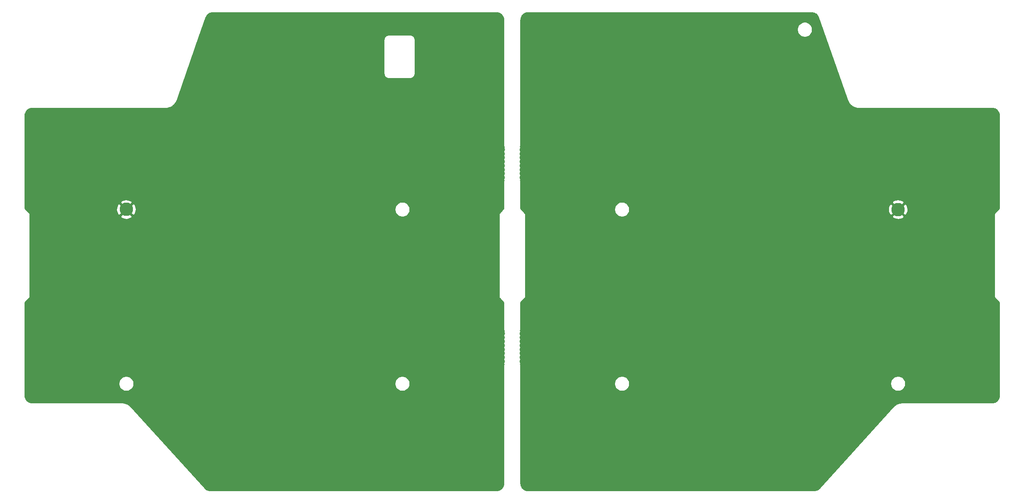
<source format=gtl>
G04 #@! TF.GenerationSoftware,KiCad,Pcbnew,(5.1.6-0-10_14)*
G04 #@! TF.CreationDate,2020-10-19T11:22:08+09:00*
G04 #@! TF.ProjectId,reviung34-split-BOTTOM,72657669-756e-4673-9334-2d73706c6974,2.0*
G04 #@! TF.SameCoordinates,Original*
G04 #@! TF.FileFunction,Copper,L1,Top*
G04 #@! TF.FilePolarity,Positive*
%FSLAX46Y46*%
G04 Gerber Fmt 4.6, Leading zero omitted, Abs format (unit mm)*
G04 Created by KiCad (PCBNEW (5.1.6-0-10_14)) date 2020-10-19 11:22:08*
%MOMM*%
%LPD*%
G01*
G04 APERTURE LIST*
G04 #@! TA.AperFunction,ComponentPad*
%ADD10C,2.800000*%
G04 #@! TD*
G04 #@! TA.AperFunction,Conductor*
%ADD11C,0.254000*%
G04 #@! TD*
G04 APERTURE END LIST*
D10*
X231190000Y-91290000D03*
X71400000Y-91280000D03*
D11*
G36*
X213413106Y-50531597D02*
G01*
X213527512Y-50545151D01*
X213639397Y-50567366D01*
X213748456Y-50597963D01*
X213854292Y-50636658D01*
X213956519Y-50683175D01*
X214054723Y-50737231D01*
X214148444Y-50798515D01*
X214237258Y-50866728D01*
X214320718Y-50941551D01*
X214398406Y-51022676D01*
X214469898Y-51109785D01*
X214534804Y-51202602D01*
X214592742Y-51300870D01*
X214643340Y-51404383D01*
X214690051Y-51522680D01*
X220680495Y-68635465D01*
X220683321Y-68641555D01*
X220685076Y-68648038D01*
X220687731Y-68654900D01*
X220745866Y-68802124D01*
X220753651Y-68817306D01*
X220759388Y-68833372D01*
X220762573Y-68840005D01*
X220831308Y-68980620D01*
X220840188Y-68995026D01*
X220847109Y-69010481D01*
X220850802Y-69016845D01*
X220929576Y-69150450D01*
X220939470Y-69164007D01*
X220947494Y-69178744D01*
X220951668Y-69184803D01*
X221039920Y-69311002D01*
X221050740Y-69323641D01*
X221059798Y-69337602D01*
X221064427Y-69343322D01*
X221161593Y-69461714D01*
X221173265Y-69473395D01*
X221183291Y-69486528D01*
X221188343Y-69491878D01*
X221293864Y-69602066D01*
X221306325Y-69612761D01*
X221317252Y-69625015D01*
X221322697Y-69629965D01*
X221436008Y-69731550D01*
X221449198Y-69741231D01*
X221460981Y-69752580D01*
X221466785Y-69757103D01*
X221587329Y-69849687D01*
X221601194Y-69858326D01*
X221613791Y-69868740D01*
X221619922Y-69872810D01*
X221747133Y-69955993D01*
X221761631Y-69963566D01*
X221774995Y-69973004D01*
X221781417Y-69976597D01*
X221914736Y-70049983D01*
X221929820Y-70056458D01*
X221943919Y-70064885D01*
X221950595Y-70067979D01*
X222089458Y-70131168D01*
X222105085Y-70136508D01*
X222119873Y-70143876D01*
X222126767Y-70146450D01*
X222270614Y-70199043D01*
X222286721Y-70203203D01*
X222302145Y-70209458D01*
X222309215Y-70211495D01*
X222457485Y-70253095D01*
X222474010Y-70256030D01*
X222490003Y-70261113D01*
X222497210Y-70262596D01*
X222649339Y-70292803D01*
X222666181Y-70294464D01*
X222682665Y-70298317D01*
X222689965Y-70299234D01*
X222845393Y-70317651D01*
X222862451Y-70317996D01*
X222879319Y-70320563D01*
X222886670Y-70320904D01*
X223044835Y-70327132D01*
X223051537Y-70326740D01*
X223058212Y-70327489D01*
X223065570Y-70327540D01*
X250653384Y-70327540D01*
X250736332Y-70329637D01*
X250811316Y-70335339D01*
X250885047Y-70344708D01*
X250951030Y-70356492D01*
X251098226Y-70394340D01*
X251233135Y-70443717D01*
X251361616Y-70505610D01*
X251482991Y-70579346D01*
X251596449Y-70664188D01*
X251701207Y-70759399D01*
X251796411Y-70864149D01*
X251881260Y-70977617D01*
X251954994Y-71098988D01*
X252016887Y-71227469D01*
X252066264Y-71362377D01*
X252104113Y-71509579D01*
X252115896Y-71575556D01*
X252125265Y-71649288D01*
X252130967Y-71724272D01*
X252133065Y-71807228D01*
X252133065Y-91061668D01*
X251264281Y-91955741D01*
X251236285Y-91990839D01*
X251207398Y-92025265D01*
X251204234Y-92031021D01*
X251200144Y-92036148D01*
X251179488Y-92076033D01*
X251157849Y-92115396D01*
X251155866Y-92121648D01*
X251152846Y-92127479D01*
X251140333Y-92170612D01*
X251126749Y-92213434D01*
X251126017Y-92219962D01*
X251124190Y-92226259D01*
X251120295Y-92270975D01*
X251115284Y-92315645D01*
X251115233Y-92323003D01*
X251115233Y-109304998D01*
X251119893Y-109352520D01*
X251123886Y-109400105D01*
X251124908Y-109403671D01*
X251125270Y-109407360D01*
X251139071Y-109453073D01*
X251152231Y-109498975D01*
X251153925Y-109502272D01*
X251154997Y-109505822D01*
X251177407Y-109547969D01*
X251199240Y-109590456D01*
X251201545Y-109593365D01*
X251203284Y-109596635D01*
X251233437Y-109633607D01*
X251263122Y-109671064D01*
X251268270Y-109676321D01*
X252133001Y-110547199D01*
X252133087Y-129831234D01*
X252130985Y-129914263D01*
X252125269Y-129989345D01*
X252115874Y-130063184D01*
X252104060Y-130129253D01*
X252066121Y-130276611D01*
X252016625Y-130411657D01*
X251954586Y-130540258D01*
X251880685Y-130661717D01*
X251795638Y-130775259D01*
X251700231Y-130880044D01*
X251595261Y-130975253D01*
X251481566Y-131060075D01*
X251359959Y-131133748D01*
X251231235Y-131195544D01*
X251096100Y-131244778D01*
X250948659Y-131282438D01*
X250882579Y-131294123D01*
X250808737Y-131303374D01*
X250733632Y-131308947D01*
X250650070Y-131310903D01*
X232051272Y-131310925D01*
X232048007Y-131311245D01*
X232044731Y-131310965D01*
X232037374Y-131311108D01*
X231931774Y-131313894D01*
X231921619Y-131315161D01*
X231911394Y-131314827D01*
X231904055Y-131315357D01*
X231799269Y-131323658D01*
X231789250Y-131325448D01*
X231779067Y-131325650D01*
X231771766Y-131326565D01*
X231667987Y-131340294D01*
X231658119Y-131342597D01*
X231648016Y-131343327D01*
X231640773Y-131344622D01*
X231538197Y-131363694D01*
X231528515Y-131366494D01*
X231518502Y-131367745D01*
X231511336Y-131369416D01*
X231410158Y-131393742D01*
X231400661Y-131397034D01*
X231390757Y-131398798D01*
X231383688Y-131400839D01*
X231284103Y-131430335D01*
X231274820Y-131434104D01*
X231265049Y-131436373D01*
X231258094Y-131438778D01*
X231160297Y-131473356D01*
X231151234Y-131477596D01*
X231141614Y-131480362D01*
X231134794Y-131483124D01*
X231038980Y-131522697D01*
X231030151Y-131527400D01*
X231020688Y-131530660D01*
X231014020Y-131533771D01*
X230920384Y-131578254D01*
X230911808Y-131583409D01*
X230902525Y-131587156D01*
X230896027Y-131590609D01*
X230804764Y-131639914D01*
X230796450Y-131645518D01*
X230787355Y-131649750D01*
X230781045Y-131653535D01*
X230692351Y-131707577D01*
X230684323Y-131713617D01*
X230675439Y-131718327D01*
X230669334Y-131722435D01*
X230583403Y-131781126D01*
X230575670Y-131787600D01*
X230567014Y-131792784D01*
X230561132Y-131797204D01*
X230478159Y-131860458D01*
X230470741Y-131867356D01*
X230462335Y-131873008D01*
X230456691Y-131877730D01*
X230376871Y-131945459D01*
X230369786Y-131952774D01*
X230361646Y-131958891D01*
X230356258Y-131963902D01*
X230279788Y-132036023D01*
X230273069Y-132043731D01*
X230265222Y-132050302D01*
X230260106Y-132055590D01*
X230187177Y-132132014D01*
X230185152Y-132134601D01*
X230182689Y-132136776D01*
X230177714Y-132142197D01*
X214924251Y-148995315D01*
X214865525Y-149056983D01*
X214809235Y-149110177D01*
X214750472Y-149160136D01*
X214689395Y-149206789D01*
X214626115Y-149250091D01*
X214560786Y-149289973D01*
X214493569Y-149326358D01*
X214424574Y-149359200D01*
X214353989Y-149388415D01*
X214281929Y-149413949D01*
X214208553Y-149435735D01*
X214134031Y-149453701D01*
X214058450Y-149467799D01*
X213982011Y-149477954D01*
X213904783Y-149484112D01*
X213819961Y-149486390D01*
X154567131Y-149512933D01*
X154484210Y-149510873D01*
X154409174Y-149505199D01*
X154335412Y-149495857D01*
X154269410Y-149484097D01*
X154122155Y-149446293D01*
X153987197Y-149396949D01*
X153858651Y-149335075D01*
X153737234Y-149261361D01*
X153623712Y-149176517D01*
X153518908Y-149081310D01*
X153423656Y-148976550D01*
X153338759Y-148863064D01*
X153264987Y-148741674D01*
X153203055Y-148613156D01*
X153153657Y-148478231D01*
X153115784Y-148330981D01*
X153103993Y-148264977D01*
X153094619Y-148191226D01*
X153088914Y-148116220D01*
X153086816Y-148033247D01*
X153086876Y-127224679D01*
X172453000Y-127224679D01*
X172453000Y-127535321D01*
X172513604Y-127839994D01*
X172632481Y-128126989D01*
X172805064Y-128385279D01*
X173024721Y-128604936D01*
X173283011Y-128777519D01*
X173570006Y-128896396D01*
X173874679Y-128957000D01*
X174185321Y-128957000D01*
X174489994Y-128896396D01*
X174776989Y-128777519D01*
X175035279Y-128604936D01*
X175254936Y-128385279D01*
X175427519Y-128126989D01*
X175546396Y-127839994D01*
X175607000Y-127535321D01*
X175607000Y-127224679D01*
X175605011Y-127214679D01*
X229603000Y-127214679D01*
X229603000Y-127525321D01*
X229663604Y-127829994D01*
X229782481Y-128116989D01*
X229955064Y-128375279D01*
X230174721Y-128594936D01*
X230433011Y-128767519D01*
X230720006Y-128886396D01*
X231024679Y-128947000D01*
X231335321Y-128947000D01*
X231639994Y-128886396D01*
X231926989Y-128767519D01*
X232185279Y-128594936D01*
X232404936Y-128375279D01*
X232577519Y-128116989D01*
X232696396Y-127829994D01*
X232757000Y-127525321D01*
X232757000Y-127214679D01*
X232696396Y-126910006D01*
X232577519Y-126623011D01*
X232404936Y-126364721D01*
X232185279Y-126145064D01*
X231926989Y-125972481D01*
X231639994Y-125853604D01*
X231335321Y-125793000D01*
X231024679Y-125793000D01*
X230720006Y-125853604D01*
X230433011Y-125972481D01*
X230174721Y-126145064D01*
X229955064Y-126364721D01*
X229782481Y-126623011D01*
X229663604Y-126910006D01*
X229603000Y-127214679D01*
X175605011Y-127214679D01*
X175546396Y-126920006D01*
X175427519Y-126633011D01*
X175254936Y-126374721D01*
X175035279Y-126155064D01*
X174776989Y-125982481D01*
X174489994Y-125863604D01*
X174185321Y-125803000D01*
X173874679Y-125803000D01*
X173570006Y-125863604D01*
X173283011Y-125982481D01*
X173024721Y-126155064D01*
X172805064Y-126374721D01*
X172632481Y-126633011D01*
X172513604Y-126920006D01*
X172453000Y-127224679D01*
X153086876Y-127224679D01*
X153086887Y-123660519D01*
X153082048Y-123611170D01*
X153077552Y-123561767D01*
X153077030Y-123559994D01*
X153076850Y-123558157D01*
X153062512Y-123510666D01*
X153048513Y-123463099D01*
X153047659Y-123461465D01*
X153047124Y-123459694D01*
X153023842Y-123415908D01*
X153000862Y-123371951D01*
X152999703Y-123370509D01*
X152998837Y-123368881D01*
X152990675Y-123358874D01*
X153017000Y-123226528D01*
X153017000Y-123073472D01*
X152987141Y-122923357D01*
X152928569Y-122781952D01*
X152903867Y-122744983D01*
X152938569Y-122693048D01*
X152997141Y-122551643D01*
X153027000Y-122401528D01*
X153027000Y-122248472D01*
X152997141Y-122098357D01*
X152938569Y-121956952D01*
X152908867Y-121912500D01*
X152938569Y-121868048D01*
X152997141Y-121726643D01*
X153027000Y-121576528D01*
X153027000Y-121423472D01*
X152997141Y-121273357D01*
X152938569Y-121131952D01*
X152908867Y-121087500D01*
X152938569Y-121043048D01*
X152997141Y-120901643D01*
X153027000Y-120751528D01*
X153027000Y-120598472D01*
X152997141Y-120448357D01*
X152938569Y-120306952D01*
X152908867Y-120262500D01*
X152938569Y-120218048D01*
X152997141Y-120076643D01*
X153027000Y-119926528D01*
X153027000Y-119773472D01*
X152997141Y-119623357D01*
X152938569Y-119481952D01*
X152908867Y-119437500D01*
X152938569Y-119393048D01*
X152997141Y-119251643D01*
X153027000Y-119101528D01*
X153027000Y-118948472D01*
X152997141Y-118798357D01*
X152938569Y-118656952D01*
X152908867Y-118612500D01*
X152938569Y-118568048D01*
X152997141Y-118426643D01*
X153027000Y-118276528D01*
X153027000Y-118123472D01*
X152997141Y-117973357D01*
X152938569Y-117831952D01*
X152908867Y-117787500D01*
X152938569Y-117743048D01*
X152997141Y-117601643D01*
X153027000Y-117451528D01*
X153027000Y-117298472D01*
X152997141Y-117148357D01*
X152938569Y-117006952D01*
X152908867Y-116962500D01*
X152938569Y-116918048D01*
X152997141Y-116776643D01*
X153027000Y-116626528D01*
X153027000Y-116473472D01*
X152999557Y-116335501D01*
X153000191Y-116334728D01*
X153049126Y-116243176D01*
X153079261Y-116143836D01*
X153089436Y-116040526D01*
X153086886Y-116014637D01*
X153086908Y-110579315D01*
X153879979Y-109731593D01*
X153893278Y-109720679D01*
X153915345Y-109693790D01*
X153921355Y-109687366D01*
X153931775Y-109673770D01*
X153959134Y-109640433D01*
X153963304Y-109632632D01*
X153968683Y-109625613D01*
X153987735Y-109586924D01*
X154008069Y-109548881D01*
X154010637Y-109540417D01*
X154014544Y-109532482D01*
X154025682Y-109490820D01*
X154038204Y-109449541D01*
X154039071Y-109440737D01*
X154041355Y-109432194D01*
X154044151Y-109389164D01*
X154045830Y-109372112D01*
X154045830Y-109363313D01*
X154048085Y-109328603D01*
X154045830Y-109311550D01*
X154045830Y-92401780D01*
X154047864Y-92387581D01*
X154045830Y-92350005D01*
X154045830Y-92338355D01*
X154044430Y-92324140D01*
X154042253Y-92283923D01*
X154039352Y-92272582D01*
X154038204Y-92260926D01*
X154026507Y-92222366D01*
X154016527Y-92183352D01*
X154011469Y-92172795D01*
X154008069Y-92161586D01*
X153989074Y-92126048D01*
X153971675Y-92089731D01*
X153964655Y-92080364D01*
X153959134Y-92070034D01*
X153933577Y-92038893D01*
X153925017Y-92027470D01*
X153917153Y-92018880D01*
X153893278Y-91989788D01*
X153882188Y-91980687D01*
X153098536Y-91124679D01*
X172453000Y-91124679D01*
X172453000Y-91435321D01*
X172513604Y-91739994D01*
X172632481Y-92026989D01*
X172805064Y-92285279D01*
X173024721Y-92504936D01*
X173283011Y-92677519D01*
X173570006Y-92796396D01*
X173874679Y-92857000D01*
X174185321Y-92857000D01*
X174489994Y-92796396D01*
X174697493Y-92710447D01*
X229949158Y-92710447D01*
X230093135Y-93015770D01*
X230450892Y-93196597D01*
X230837053Y-93304155D01*
X231236777Y-93334310D01*
X231634704Y-93285904D01*
X232015540Y-93160795D01*
X232286865Y-93015770D01*
X232430842Y-92710447D01*
X231190000Y-91469605D01*
X229949158Y-92710447D01*
X174697493Y-92710447D01*
X174776989Y-92677519D01*
X175035279Y-92504936D01*
X175254936Y-92285279D01*
X175427519Y-92026989D01*
X175546396Y-91739994D01*
X175607000Y-91435321D01*
X175607000Y-91336777D01*
X229145690Y-91336777D01*
X229194096Y-91734704D01*
X229319205Y-92115540D01*
X229464230Y-92386865D01*
X229769553Y-92530842D01*
X231010395Y-91290000D01*
X231369605Y-91290000D01*
X232610447Y-92530842D01*
X232915770Y-92386865D01*
X233096597Y-92029108D01*
X233204155Y-91642947D01*
X233234310Y-91243223D01*
X233185904Y-90845296D01*
X233060795Y-90464460D01*
X232915770Y-90193135D01*
X232610447Y-90049158D01*
X231369605Y-91290000D01*
X231010395Y-91290000D01*
X229769553Y-90049158D01*
X229464230Y-90193135D01*
X229283403Y-90550892D01*
X229175845Y-90937053D01*
X229145690Y-91336777D01*
X175607000Y-91336777D01*
X175607000Y-91124679D01*
X175546396Y-90820006D01*
X175427519Y-90533011D01*
X175254936Y-90274721D01*
X175035279Y-90055064D01*
X174776989Y-89882481D01*
X174745778Y-89869553D01*
X229949158Y-89869553D01*
X231190000Y-91110395D01*
X232430842Y-89869553D01*
X232286865Y-89564230D01*
X231929108Y-89383403D01*
X231542947Y-89275845D01*
X231143223Y-89245690D01*
X230745296Y-89294096D01*
X230364460Y-89419205D01*
X230093135Y-89564230D01*
X229949158Y-89869553D01*
X174745778Y-89869553D01*
X174489994Y-89763604D01*
X174185321Y-89703000D01*
X173874679Y-89703000D01*
X173570006Y-89763604D01*
X173283011Y-89882481D01*
X173024721Y-90055064D01*
X172805064Y-90274721D01*
X172632481Y-90533011D01*
X172513604Y-90820006D01*
X172453000Y-91124679D01*
X153098536Y-91124679D01*
X153086909Y-91111979D01*
X153086909Y-85586398D01*
X153089458Y-85560517D01*
X153079283Y-85457207D01*
X153049148Y-85357867D01*
X153000213Y-85266315D01*
X152992946Y-85257460D01*
X153017000Y-85136528D01*
X153017000Y-84983472D01*
X152987141Y-84833357D01*
X152928569Y-84691952D01*
X152903867Y-84654983D01*
X152938569Y-84603048D01*
X152997141Y-84461643D01*
X153027000Y-84311528D01*
X153027000Y-84158472D01*
X152997141Y-84008357D01*
X152938569Y-83866952D01*
X152908867Y-83822500D01*
X152938569Y-83778048D01*
X152997141Y-83636643D01*
X153027000Y-83486528D01*
X153027000Y-83333472D01*
X152997141Y-83183357D01*
X152938569Y-83041952D01*
X152908867Y-82997500D01*
X152938569Y-82953048D01*
X152997141Y-82811643D01*
X153027000Y-82661528D01*
X153027000Y-82508472D01*
X152997141Y-82358357D01*
X152938569Y-82216952D01*
X152908867Y-82172500D01*
X152938569Y-82128048D01*
X152997141Y-81986643D01*
X153027000Y-81836528D01*
X153027000Y-81683472D01*
X152997141Y-81533357D01*
X152938569Y-81391952D01*
X152908867Y-81347500D01*
X152938569Y-81303048D01*
X152997141Y-81161643D01*
X153027000Y-81011528D01*
X153027000Y-80858472D01*
X152997141Y-80708357D01*
X152938569Y-80566952D01*
X152908867Y-80522500D01*
X152938569Y-80478048D01*
X152997141Y-80336643D01*
X153027000Y-80186528D01*
X153027000Y-80033472D01*
X152997141Y-79883357D01*
X152938569Y-79741952D01*
X152908867Y-79697500D01*
X152938569Y-79653048D01*
X152997141Y-79511643D01*
X153027000Y-79361528D01*
X153027000Y-79208472D01*
X152997141Y-79058357D01*
X152938569Y-78916952D01*
X152908867Y-78872500D01*
X152938569Y-78828048D01*
X152997141Y-78686643D01*
X153027000Y-78536528D01*
X153027000Y-78383472D01*
X152997324Y-78234275D01*
X153020426Y-78191548D01*
X153044293Y-78148133D01*
X153044851Y-78146375D01*
X153045731Y-78144747D01*
X153060405Y-78097343D01*
X153075393Y-78050095D01*
X153075599Y-78048258D01*
X153076145Y-78046494D01*
X153081323Y-77997232D01*
X153086858Y-77947884D01*
X153086883Y-77944332D01*
X153086896Y-77944205D01*
X153086884Y-77944077D01*
X153086909Y-77940526D01*
X153086909Y-53844679D01*
X210303000Y-53844679D01*
X210303000Y-54155321D01*
X210363604Y-54459994D01*
X210482481Y-54746989D01*
X210655064Y-55005279D01*
X210874721Y-55224936D01*
X211133011Y-55397519D01*
X211420006Y-55516396D01*
X211724679Y-55577000D01*
X212035321Y-55577000D01*
X212339994Y-55516396D01*
X212626989Y-55397519D01*
X212885279Y-55224936D01*
X213104936Y-55005279D01*
X213277519Y-54746989D01*
X213396396Y-54459994D01*
X213457000Y-54155321D01*
X213457000Y-53844679D01*
X213396396Y-53540006D01*
X213277519Y-53253011D01*
X213104936Y-52994721D01*
X212885279Y-52775064D01*
X212626989Y-52602481D01*
X212339994Y-52483604D01*
X212035321Y-52423000D01*
X211724679Y-52423000D01*
X211420006Y-52483604D01*
X211133011Y-52602481D01*
X210874721Y-52775064D01*
X210655064Y-52994721D01*
X210482481Y-53253011D01*
X210363604Y-53540006D01*
X210303000Y-53844679D01*
X153086909Y-53844679D01*
X153086909Y-52006299D01*
X153089006Y-51923350D01*
X153094708Y-51848366D01*
X153104077Y-51774635D01*
X153115861Y-51708651D01*
X153153708Y-51561456D01*
X153203086Y-51426545D01*
X153264979Y-51298062D01*
X153338713Y-51176694D01*
X153423560Y-51063230D01*
X153518769Y-50958473D01*
X153623516Y-50863272D01*
X153736985Y-50778421D01*
X153858356Y-50704687D01*
X153986837Y-50642794D01*
X154121745Y-50593417D01*
X154268944Y-50555568D01*
X154334925Y-50543785D01*
X154408657Y-50534416D01*
X154483641Y-50528714D01*
X154566590Y-50526617D01*
X213285986Y-50526595D01*
X213413106Y-50531597D01*
G37*
X213413106Y-50531597D02*
X213527512Y-50545151D01*
X213639397Y-50567366D01*
X213748456Y-50597963D01*
X213854292Y-50636658D01*
X213956519Y-50683175D01*
X214054723Y-50737231D01*
X214148444Y-50798515D01*
X214237258Y-50866728D01*
X214320718Y-50941551D01*
X214398406Y-51022676D01*
X214469898Y-51109785D01*
X214534804Y-51202602D01*
X214592742Y-51300870D01*
X214643340Y-51404383D01*
X214690051Y-51522680D01*
X220680495Y-68635465D01*
X220683321Y-68641555D01*
X220685076Y-68648038D01*
X220687731Y-68654900D01*
X220745866Y-68802124D01*
X220753651Y-68817306D01*
X220759388Y-68833372D01*
X220762573Y-68840005D01*
X220831308Y-68980620D01*
X220840188Y-68995026D01*
X220847109Y-69010481D01*
X220850802Y-69016845D01*
X220929576Y-69150450D01*
X220939470Y-69164007D01*
X220947494Y-69178744D01*
X220951668Y-69184803D01*
X221039920Y-69311002D01*
X221050740Y-69323641D01*
X221059798Y-69337602D01*
X221064427Y-69343322D01*
X221161593Y-69461714D01*
X221173265Y-69473395D01*
X221183291Y-69486528D01*
X221188343Y-69491878D01*
X221293864Y-69602066D01*
X221306325Y-69612761D01*
X221317252Y-69625015D01*
X221322697Y-69629965D01*
X221436008Y-69731550D01*
X221449198Y-69741231D01*
X221460981Y-69752580D01*
X221466785Y-69757103D01*
X221587329Y-69849687D01*
X221601194Y-69858326D01*
X221613791Y-69868740D01*
X221619922Y-69872810D01*
X221747133Y-69955993D01*
X221761631Y-69963566D01*
X221774995Y-69973004D01*
X221781417Y-69976597D01*
X221914736Y-70049983D01*
X221929820Y-70056458D01*
X221943919Y-70064885D01*
X221950595Y-70067979D01*
X222089458Y-70131168D01*
X222105085Y-70136508D01*
X222119873Y-70143876D01*
X222126767Y-70146450D01*
X222270614Y-70199043D01*
X222286721Y-70203203D01*
X222302145Y-70209458D01*
X222309215Y-70211495D01*
X222457485Y-70253095D01*
X222474010Y-70256030D01*
X222490003Y-70261113D01*
X222497210Y-70262596D01*
X222649339Y-70292803D01*
X222666181Y-70294464D01*
X222682665Y-70298317D01*
X222689965Y-70299234D01*
X222845393Y-70317651D01*
X222862451Y-70317996D01*
X222879319Y-70320563D01*
X222886670Y-70320904D01*
X223044835Y-70327132D01*
X223051537Y-70326740D01*
X223058212Y-70327489D01*
X223065570Y-70327540D01*
X250653384Y-70327540D01*
X250736332Y-70329637D01*
X250811316Y-70335339D01*
X250885047Y-70344708D01*
X250951030Y-70356492D01*
X251098226Y-70394340D01*
X251233135Y-70443717D01*
X251361616Y-70505610D01*
X251482991Y-70579346D01*
X251596449Y-70664188D01*
X251701207Y-70759399D01*
X251796411Y-70864149D01*
X251881260Y-70977617D01*
X251954994Y-71098988D01*
X252016887Y-71227469D01*
X252066264Y-71362377D01*
X252104113Y-71509579D01*
X252115896Y-71575556D01*
X252125265Y-71649288D01*
X252130967Y-71724272D01*
X252133065Y-71807228D01*
X252133065Y-91061668D01*
X251264281Y-91955741D01*
X251236285Y-91990839D01*
X251207398Y-92025265D01*
X251204234Y-92031021D01*
X251200144Y-92036148D01*
X251179488Y-92076033D01*
X251157849Y-92115396D01*
X251155866Y-92121648D01*
X251152846Y-92127479D01*
X251140333Y-92170612D01*
X251126749Y-92213434D01*
X251126017Y-92219962D01*
X251124190Y-92226259D01*
X251120295Y-92270975D01*
X251115284Y-92315645D01*
X251115233Y-92323003D01*
X251115233Y-109304998D01*
X251119893Y-109352520D01*
X251123886Y-109400105D01*
X251124908Y-109403671D01*
X251125270Y-109407360D01*
X251139071Y-109453073D01*
X251152231Y-109498975D01*
X251153925Y-109502272D01*
X251154997Y-109505822D01*
X251177407Y-109547969D01*
X251199240Y-109590456D01*
X251201545Y-109593365D01*
X251203284Y-109596635D01*
X251233437Y-109633607D01*
X251263122Y-109671064D01*
X251268270Y-109676321D01*
X252133001Y-110547199D01*
X252133087Y-129831234D01*
X252130985Y-129914263D01*
X252125269Y-129989345D01*
X252115874Y-130063184D01*
X252104060Y-130129253D01*
X252066121Y-130276611D01*
X252016625Y-130411657D01*
X251954586Y-130540258D01*
X251880685Y-130661717D01*
X251795638Y-130775259D01*
X251700231Y-130880044D01*
X251595261Y-130975253D01*
X251481566Y-131060075D01*
X251359959Y-131133748D01*
X251231235Y-131195544D01*
X251096100Y-131244778D01*
X250948659Y-131282438D01*
X250882579Y-131294123D01*
X250808737Y-131303374D01*
X250733632Y-131308947D01*
X250650070Y-131310903D01*
X232051272Y-131310925D01*
X232048007Y-131311245D01*
X232044731Y-131310965D01*
X232037374Y-131311108D01*
X231931774Y-131313894D01*
X231921619Y-131315161D01*
X231911394Y-131314827D01*
X231904055Y-131315357D01*
X231799269Y-131323658D01*
X231789250Y-131325448D01*
X231779067Y-131325650D01*
X231771766Y-131326565D01*
X231667987Y-131340294D01*
X231658119Y-131342597D01*
X231648016Y-131343327D01*
X231640773Y-131344622D01*
X231538197Y-131363694D01*
X231528515Y-131366494D01*
X231518502Y-131367745D01*
X231511336Y-131369416D01*
X231410158Y-131393742D01*
X231400661Y-131397034D01*
X231390757Y-131398798D01*
X231383688Y-131400839D01*
X231284103Y-131430335D01*
X231274820Y-131434104D01*
X231265049Y-131436373D01*
X231258094Y-131438778D01*
X231160297Y-131473356D01*
X231151234Y-131477596D01*
X231141614Y-131480362D01*
X231134794Y-131483124D01*
X231038980Y-131522697D01*
X231030151Y-131527400D01*
X231020688Y-131530660D01*
X231014020Y-131533771D01*
X230920384Y-131578254D01*
X230911808Y-131583409D01*
X230902525Y-131587156D01*
X230896027Y-131590609D01*
X230804764Y-131639914D01*
X230796450Y-131645518D01*
X230787355Y-131649750D01*
X230781045Y-131653535D01*
X230692351Y-131707577D01*
X230684323Y-131713617D01*
X230675439Y-131718327D01*
X230669334Y-131722435D01*
X230583403Y-131781126D01*
X230575670Y-131787600D01*
X230567014Y-131792784D01*
X230561132Y-131797204D01*
X230478159Y-131860458D01*
X230470741Y-131867356D01*
X230462335Y-131873008D01*
X230456691Y-131877730D01*
X230376871Y-131945459D01*
X230369786Y-131952774D01*
X230361646Y-131958891D01*
X230356258Y-131963902D01*
X230279788Y-132036023D01*
X230273069Y-132043731D01*
X230265222Y-132050302D01*
X230260106Y-132055590D01*
X230187177Y-132132014D01*
X230185152Y-132134601D01*
X230182689Y-132136776D01*
X230177714Y-132142197D01*
X214924251Y-148995315D01*
X214865525Y-149056983D01*
X214809235Y-149110177D01*
X214750472Y-149160136D01*
X214689395Y-149206789D01*
X214626115Y-149250091D01*
X214560786Y-149289973D01*
X214493569Y-149326358D01*
X214424574Y-149359200D01*
X214353989Y-149388415D01*
X214281929Y-149413949D01*
X214208553Y-149435735D01*
X214134031Y-149453701D01*
X214058450Y-149467799D01*
X213982011Y-149477954D01*
X213904783Y-149484112D01*
X213819961Y-149486390D01*
X154567131Y-149512933D01*
X154484210Y-149510873D01*
X154409174Y-149505199D01*
X154335412Y-149495857D01*
X154269410Y-149484097D01*
X154122155Y-149446293D01*
X153987197Y-149396949D01*
X153858651Y-149335075D01*
X153737234Y-149261361D01*
X153623712Y-149176517D01*
X153518908Y-149081310D01*
X153423656Y-148976550D01*
X153338759Y-148863064D01*
X153264987Y-148741674D01*
X153203055Y-148613156D01*
X153153657Y-148478231D01*
X153115784Y-148330981D01*
X153103993Y-148264977D01*
X153094619Y-148191226D01*
X153088914Y-148116220D01*
X153086816Y-148033247D01*
X153086876Y-127224679D01*
X172453000Y-127224679D01*
X172453000Y-127535321D01*
X172513604Y-127839994D01*
X172632481Y-128126989D01*
X172805064Y-128385279D01*
X173024721Y-128604936D01*
X173283011Y-128777519D01*
X173570006Y-128896396D01*
X173874679Y-128957000D01*
X174185321Y-128957000D01*
X174489994Y-128896396D01*
X174776989Y-128777519D01*
X175035279Y-128604936D01*
X175254936Y-128385279D01*
X175427519Y-128126989D01*
X175546396Y-127839994D01*
X175607000Y-127535321D01*
X175607000Y-127224679D01*
X175605011Y-127214679D01*
X229603000Y-127214679D01*
X229603000Y-127525321D01*
X229663604Y-127829994D01*
X229782481Y-128116989D01*
X229955064Y-128375279D01*
X230174721Y-128594936D01*
X230433011Y-128767519D01*
X230720006Y-128886396D01*
X231024679Y-128947000D01*
X231335321Y-128947000D01*
X231639994Y-128886396D01*
X231926989Y-128767519D01*
X232185279Y-128594936D01*
X232404936Y-128375279D01*
X232577519Y-128116989D01*
X232696396Y-127829994D01*
X232757000Y-127525321D01*
X232757000Y-127214679D01*
X232696396Y-126910006D01*
X232577519Y-126623011D01*
X232404936Y-126364721D01*
X232185279Y-126145064D01*
X231926989Y-125972481D01*
X231639994Y-125853604D01*
X231335321Y-125793000D01*
X231024679Y-125793000D01*
X230720006Y-125853604D01*
X230433011Y-125972481D01*
X230174721Y-126145064D01*
X229955064Y-126364721D01*
X229782481Y-126623011D01*
X229663604Y-126910006D01*
X229603000Y-127214679D01*
X175605011Y-127214679D01*
X175546396Y-126920006D01*
X175427519Y-126633011D01*
X175254936Y-126374721D01*
X175035279Y-126155064D01*
X174776989Y-125982481D01*
X174489994Y-125863604D01*
X174185321Y-125803000D01*
X173874679Y-125803000D01*
X173570006Y-125863604D01*
X173283011Y-125982481D01*
X173024721Y-126155064D01*
X172805064Y-126374721D01*
X172632481Y-126633011D01*
X172513604Y-126920006D01*
X172453000Y-127224679D01*
X153086876Y-127224679D01*
X153086887Y-123660519D01*
X153082048Y-123611170D01*
X153077552Y-123561767D01*
X153077030Y-123559994D01*
X153076850Y-123558157D01*
X153062512Y-123510666D01*
X153048513Y-123463099D01*
X153047659Y-123461465D01*
X153047124Y-123459694D01*
X153023842Y-123415908D01*
X153000862Y-123371951D01*
X152999703Y-123370509D01*
X152998837Y-123368881D01*
X152990675Y-123358874D01*
X153017000Y-123226528D01*
X153017000Y-123073472D01*
X152987141Y-122923357D01*
X152928569Y-122781952D01*
X152903867Y-122744983D01*
X152938569Y-122693048D01*
X152997141Y-122551643D01*
X153027000Y-122401528D01*
X153027000Y-122248472D01*
X152997141Y-122098357D01*
X152938569Y-121956952D01*
X152908867Y-121912500D01*
X152938569Y-121868048D01*
X152997141Y-121726643D01*
X153027000Y-121576528D01*
X153027000Y-121423472D01*
X152997141Y-121273357D01*
X152938569Y-121131952D01*
X152908867Y-121087500D01*
X152938569Y-121043048D01*
X152997141Y-120901643D01*
X153027000Y-120751528D01*
X153027000Y-120598472D01*
X152997141Y-120448357D01*
X152938569Y-120306952D01*
X152908867Y-120262500D01*
X152938569Y-120218048D01*
X152997141Y-120076643D01*
X153027000Y-119926528D01*
X153027000Y-119773472D01*
X152997141Y-119623357D01*
X152938569Y-119481952D01*
X152908867Y-119437500D01*
X152938569Y-119393048D01*
X152997141Y-119251643D01*
X153027000Y-119101528D01*
X153027000Y-118948472D01*
X152997141Y-118798357D01*
X152938569Y-118656952D01*
X152908867Y-118612500D01*
X152938569Y-118568048D01*
X152997141Y-118426643D01*
X153027000Y-118276528D01*
X153027000Y-118123472D01*
X152997141Y-117973357D01*
X152938569Y-117831952D01*
X152908867Y-117787500D01*
X152938569Y-117743048D01*
X152997141Y-117601643D01*
X153027000Y-117451528D01*
X153027000Y-117298472D01*
X152997141Y-117148357D01*
X152938569Y-117006952D01*
X152908867Y-116962500D01*
X152938569Y-116918048D01*
X152997141Y-116776643D01*
X153027000Y-116626528D01*
X153027000Y-116473472D01*
X152999557Y-116335501D01*
X153000191Y-116334728D01*
X153049126Y-116243176D01*
X153079261Y-116143836D01*
X153089436Y-116040526D01*
X153086886Y-116014637D01*
X153086908Y-110579315D01*
X153879979Y-109731593D01*
X153893278Y-109720679D01*
X153915345Y-109693790D01*
X153921355Y-109687366D01*
X153931775Y-109673770D01*
X153959134Y-109640433D01*
X153963304Y-109632632D01*
X153968683Y-109625613D01*
X153987735Y-109586924D01*
X154008069Y-109548881D01*
X154010637Y-109540417D01*
X154014544Y-109532482D01*
X154025682Y-109490820D01*
X154038204Y-109449541D01*
X154039071Y-109440737D01*
X154041355Y-109432194D01*
X154044151Y-109389164D01*
X154045830Y-109372112D01*
X154045830Y-109363313D01*
X154048085Y-109328603D01*
X154045830Y-109311550D01*
X154045830Y-92401780D01*
X154047864Y-92387581D01*
X154045830Y-92350005D01*
X154045830Y-92338355D01*
X154044430Y-92324140D01*
X154042253Y-92283923D01*
X154039352Y-92272582D01*
X154038204Y-92260926D01*
X154026507Y-92222366D01*
X154016527Y-92183352D01*
X154011469Y-92172795D01*
X154008069Y-92161586D01*
X153989074Y-92126048D01*
X153971675Y-92089731D01*
X153964655Y-92080364D01*
X153959134Y-92070034D01*
X153933577Y-92038893D01*
X153925017Y-92027470D01*
X153917153Y-92018880D01*
X153893278Y-91989788D01*
X153882188Y-91980687D01*
X153098536Y-91124679D01*
X172453000Y-91124679D01*
X172453000Y-91435321D01*
X172513604Y-91739994D01*
X172632481Y-92026989D01*
X172805064Y-92285279D01*
X173024721Y-92504936D01*
X173283011Y-92677519D01*
X173570006Y-92796396D01*
X173874679Y-92857000D01*
X174185321Y-92857000D01*
X174489994Y-92796396D01*
X174697493Y-92710447D01*
X229949158Y-92710447D01*
X230093135Y-93015770D01*
X230450892Y-93196597D01*
X230837053Y-93304155D01*
X231236777Y-93334310D01*
X231634704Y-93285904D01*
X232015540Y-93160795D01*
X232286865Y-93015770D01*
X232430842Y-92710447D01*
X231190000Y-91469605D01*
X229949158Y-92710447D01*
X174697493Y-92710447D01*
X174776989Y-92677519D01*
X175035279Y-92504936D01*
X175254936Y-92285279D01*
X175427519Y-92026989D01*
X175546396Y-91739994D01*
X175607000Y-91435321D01*
X175607000Y-91336777D01*
X229145690Y-91336777D01*
X229194096Y-91734704D01*
X229319205Y-92115540D01*
X229464230Y-92386865D01*
X229769553Y-92530842D01*
X231010395Y-91290000D01*
X231369605Y-91290000D01*
X232610447Y-92530842D01*
X232915770Y-92386865D01*
X233096597Y-92029108D01*
X233204155Y-91642947D01*
X233234310Y-91243223D01*
X233185904Y-90845296D01*
X233060795Y-90464460D01*
X232915770Y-90193135D01*
X232610447Y-90049158D01*
X231369605Y-91290000D01*
X231010395Y-91290000D01*
X229769553Y-90049158D01*
X229464230Y-90193135D01*
X229283403Y-90550892D01*
X229175845Y-90937053D01*
X229145690Y-91336777D01*
X175607000Y-91336777D01*
X175607000Y-91124679D01*
X175546396Y-90820006D01*
X175427519Y-90533011D01*
X175254936Y-90274721D01*
X175035279Y-90055064D01*
X174776989Y-89882481D01*
X174745778Y-89869553D01*
X229949158Y-89869553D01*
X231190000Y-91110395D01*
X232430842Y-89869553D01*
X232286865Y-89564230D01*
X231929108Y-89383403D01*
X231542947Y-89275845D01*
X231143223Y-89245690D01*
X230745296Y-89294096D01*
X230364460Y-89419205D01*
X230093135Y-89564230D01*
X229949158Y-89869553D01*
X174745778Y-89869553D01*
X174489994Y-89763604D01*
X174185321Y-89703000D01*
X173874679Y-89703000D01*
X173570006Y-89763604D01*
X173283011Y-89882481D01*
X173024721Y-90055064D01*
X172805064Y-90274721D01*
X172632481Y-90533011D01*
X172513604Y-90820006D01*
X172453000Y-91124679D01*
X153098536Y-91124679D01*
X153086909Y-91111979D01*
X153086909Y-85586398D01*
X153089458Y-85560517D01*
X153079283Y-85457207D01*
X153049148Y-85357867D01*
X153000213Y-85266315D01*
X152992946Y-85257460D01*
X153017000Y-85136528D01*
X153017000Y-84983472D01*
X152987141Y-84833357D01*
X152928569Y-84691952D01*
X152903867Y-84654983D01*
X152938569Y-84603048D01*
X152997141Y-84461643D01*
X153027000Y-84311528D01*
X153027000Y-84158472D01*
X152997141Y-84008357D01*
X152938569Y-83866952D01*
X152908867Y-83822500D01*
X152938569Y-83778048D01*
X152997141Y-83636643D01*
X153027000Y-83486528D01*
X153027000Y-83333472D01*
X152997141Y-83183357D01*
X152938569Y-83041952D01*
X152908867Y-82997500D01*
X152938569Y-82953048D01*
X152997141Y-82811643D01*
X153027000Y-82661528D01*
X153027000Y-82508472D01*
X152997141Y-82358357D01*
X152938569Y-82216952D01*
X152908867Y-82172500D01*
X152938569Y-82128048D01*
X152997141Y-81986643D01*
X153027000Y-81836528D01*
X153027000Y-81683472D01*
X152997141Y-81533357D01*
X152938569Y-81391952D01*
X152908867Y-81347500D01*
X152938569Y-81303048D01*
X152997141Y-81161643D01*
X153027000Y-81011528D01*
X153027000Y-80858472D01*
X152997141Y-80708357D01*
X152938569Y-80566952D01*
X152908867Y-80522500D01*
X152938569Y-80478048D01*
X152997141Y-80336643D01*
X153027000Y-80186528D01*
X153027000Y-80033472D01*
X152997141Y-79883357D01*
X152938569Y-79741952D01*
X152908867Y-79697500D01*
X152938569Y-79653048D01*
X152997141Y-79511643D01*
X153027000Y-79361528D01*
X153027000Y-79208472D01*
X152997141Y-79058357D01*
X152938569Y-78916952D01*
X152908867Y-78872500D01*
X152938569Y-78828048D01*
X152997141Y-78686643D01*
X153027000Y-78536528D01*
X153027000Y-78383472D01*
X152997324Y-78234275D01*
X153020426Y-78191548D01*
X153044293Y-78148133D01*
X153044851Y-78146375D01*
X153045731Y-78144747D01*
X153060405Y-78097343D01*
X153075393Y-78050095D01*
X153075599Y-78048258D01*
X153076145Y-78046494D01*
X153081323Y-77997232D01*
X153086858Y-77947884D01*
X153086883Y-77944332D01*
X153086896Y-77944205D01*
X153086884Y-77944077D01*
X153086909Y-77940526D01*
X153086909Y-53844679D01*
X210303000Y-53844679D01*
X210303000Y-54155321D01*
X210363604Y-54459994D01*
X210482481Y-54746989D01*
X210655064Y-55005279D01*
X210874721Y-55224936D01*
X211133011Y-55397519D01*
X211420006Y-55516396D01*
X211724679Y-55577000D01*
X212035321Y-55577000D01*
X212339994Y-55516396D01*
X212626989Y-55397519D01*
X212885279Y-55224936D01*
X213104936Y-55005279D01*
X213277519Y-54746989D01*
X213396396Y-54459994D01*
X213457000Y-54155321D01*
X213457000Y-53844679D01*
X213396396Y-53540006D01*
X213277519Y-53253011D01*
X213104936Y-52994721D01*
X212885279Y-52775064D01*
X212626989Y-52602481D01*
X212339994Y-52483604D01*
X212035321Y-52423000D01*
X211724679Y-52423000D01*
X211420006Y-52483604D01*
X211133011Y-52602481D01*
X210874721Y-52775064D01*
X210655064Y-52994721D01*
X210482481Y-53253011D01*
X210363604Y-53540006D01*
X210303000Y-53844679D01*
X153086909Y-53844679D01*
X153086909Y-52006299D01*
X153089006Y-51923350D01*
X153094708Y-51848366D01*
X153104077Y-51774635D01*
X153115861Y-51708651D01*
X153153708Y-51561456D01*
X153203086Y-51426545D01*
X153264979Y-51298062D01*
X153338713Y-51176694D01*
X153423560Y-51063230D01*
X153518769Y-50958473D01*
X153623516Y-50863272D01*
X153736985Y-50778421D01*
X153858356Y-50704687D01*
X153986837Y-50642794D01*
X154121745Y-50593417D01*
X154268944Y-50555568D01*
X154334925Y-50543785D01*
X154408657Y-50534416D01*
X154483641Y-50528714D01*
X154566590Y-50526617D01*
X213285986Y-50526595D01*
X213413106Y-50531597D01*
G36*
X148013913Y-50526617D02*
G01*
X148096861Y-50528714D01*
X148171845Y-50534416D01*
X148245576Y-50543785D01*
X148311559Y-50555569D01*
X148458755Y-50593417D01*
X148593664Y-50642794D01*
X148722145Y-50704687D01*
X148843520Y-50778423D01*
X148956978Y-50863265D01*
X149061736Y-50958476D01*
X149156940Y-51063226D01*
X149241789Y-51176694D01*
X149315523Y-51298065D01*
X149377416Y-51426546D01*
X149426793Y-51561454D01*
X149464642Y-51708656D01*
X149476425Y-51774633D01*
X149485794Y-51848365D01*
X149491496Y-51923349D01*
X149493594Y-52006305D01*
X149493594Y-77940526D01*
X149498435Y-77989901D01*
X149502929Y-78039276D01*
X149503451Y-78041048D01*
X149503631Y-78042888D01*
X149517968Y-78090374D01*
X149531968Y-78137944D01*
X149532824Y-78139582D01*
X149533358Y-78141350D01*
X149556611Y-78185082D01*
X149576833Y-78223763D01*
X149572859Y-78233357D01*
X149543000Y-78383472D01*
X149543000Y-78536528D01*
X149572859Y-78686643D01*
X149631431Y-78828048D01*
X149656133Y-78865017D01*
X149621431Y-78916952D01*
X149562859Y-79058357D01*
X149533000Y-79208472D01*
X149533000Y-79361528D01*
X149562859Y-79511643D01*
X149621431Y-79653048D01*
X149651133Y-79697500D01*
X149621431Y-79741952D01*
X149562859Y-79883357D01*
X149533000Y-80033472D01*
X149533000Y-80186528D01*
X149562859Y-80336643D01*
X149621431Y-80478048D01*
X149651133Y-80522500D01*
X149621431Y-80566952D01*
X149562859Y-80708357D01*
X149533000Y-80858472D01*
X149533000Y-81011528D01*
X149562859Y-81161643D01*
X149621431Y-81303048D01*
X149651133Y-81347500D01*
X149621431Y-81391952D01*
X149562859Y-81533357D01*
X149533000Y-81683472D01*
X149533000Y-81836528D01*
X149562859Y-81986643D01*
X149621431Y-82128048D01*
X149651133Y-82172500D01*
X149621431Y-82216952D01*
X149562859Y-82358357D01*
X149533000Y-82508472D01*
X149533000Y-82661528D01*
X149562859Y-82811643D01*
X149621431Y-82953048D01*
X149651133Y-82997500D01*
X149621431Y-83041952D01*
X149562859Y-83183357D01*
X149533000Y-83333472D01*
X149533000Y-83486528D01*
X149562859Y-83636643D01*
X149621431Y-83778048D01*
X149651133Y-83822500D01*
X149621431Y-83866952D01*
X149562859Y-84008357D01*
X149533000Y-84158472D01*
X149533000Y-84311528D01*
X149562859Y-84461643D01*
X149621431Y-84603048D01*
X149651133Y-84647500D01*
X149621431Y-84691952D01*
X149562859Y-84833357D01*
X149533000Y-84983472D01*
X149533000Y-85136528D01*
X149562859Y-85286643D01*
X149565726Y-85293563D01*
X149531355Y-85357867D01*
X149501220Y-85457207D01*
X149491045Y-85560517D01*
X149493595Y-85586408D01*
X149493594Y-91111978D01*
X148698318Y-91980685D01*
X148687226Y-91989788D01*
X148663344Y-92018889D01*
X148655486Y-92027472D01*
X148646929Y-92038891D01*
X148621370Y-92070034D01*
X148615851Y-92080359D01*
X148608827Y-92089732D01*
X148591419Y-92126069D01*
X148572435Y-92161586D01*
X148569036Y-92172791D01*
X148563976Y-92183353D01*
X148553992Y-92222382D01*
X148542300Y-92260926D01*
X148541152Y-92272577D01*
X148538250Y-92283924D01*
X148536072Y-92324161D01*
X148534674Y-92338355D01*
X148534674Y-92349987D01*
X148532639Y-92387581D01*
X148534674Y-92401787D01*
X148534673Y-109311549D01*
X148532418Y-109328603D01*
X148534673Y-109363313D01*
X148534673Y-109372111D01*
X148536352Y-109389163D01*
X148539148Y-109432193D01*
X148541432Y-109440736D01*
X148542299Y-109449540D01*
X148554821Y-109490819D01*
X148565959Y-109532481D01*
X148569866Y-109540416D01*
X148572434Y-109548880D01*
X148592774Y-109586935D01*
X148611820Y-109625611D01*
X148617196Y-109632625D01*
X148621369Y-109640433D01*
X148648751Y-109673799D01*
X148659148Y-109687364D01*
X148665144Y-109693774D01*
X148687225Y-109720679D01*
X148700531Y-109731599D01*
X149493595Y-110579315D01*
X149493616Y-116014637D01*
X149491066Y-116040526D01*
X149501241Y-116143836D01*
X149531376Y-116243176D01*
X149573459Y-116321909D01*
X149572859Y-116323357D01*
X149543000Y-116473472D01*
X149543000Y-116626528D01*
X149572859Y-116776643D01*
X149631431Y-116918048D01*
X149656133Y-116955017D01*
X149621431Y-117006952D01*
X149562859Y-117148357D01*
X149533000Y-117298472D01*
X149533000Y-117451528D01*
X149562859Y-117601643D01*
X149621431Y-117743048D01*
X149651133Y-117787500D01*
X149621431Y-117831952D01*
X149562859Y-117973357D01*
X149533000Y-118123472D01*
X149533000Y-118276528D01*
X149562859Y-118426643D01*
X149621431Y-118568048D01*
X149651133Y-118612500D01*
X149621431Y-118656952D01*
X149562859Y-118798357D01*
X149533000Y-118948472D01*
X149533000Y-119101528D01*
X149562859Y-119251643D01*
X149621431Y-119393048D01*
X149651133Y-119437500D01*
X149621431Y-119481952D01*
X149562859Y-119623357D01*
X149533000Y-119773472D01*
X149533000Y-119926528D01*
X149562859Y-120076643D01*
X149621431Y-120218048D01*
X149651133Y-120262500D01*
X149621431Y-120306952D01*
X149562859Y-120448357D01*
X149533000Y-120598472D01*
X149533000Y-120751528D01*
X149562859Y-120901643D01*
X149621431Y-121043048D01*
X149651133Y-121087500D01*
X149621431Y-121131952D01*
X149562859Y-121273357D01*
X149533000Y-121423472D01*
X149533000Y-121576528D01*
X149562859Y-121726643D01*
X149621431Y-121868048D01*
X149651133Y-121912500D01*
X149621431Y-121956952D01*
X149562859Y-122098357D01*
X149533000Y-122248472D01*
X149533000Y-122401528D01*
X149562859Y-122551643D01*
X149621431Y-122693048D01*
X149651133Y-122737500D01*
X149621431Y-122781952D01*
X149562859Y-122923357D01*
X149533000Y-123073472D01*
X149533000Y-123226528D01*
X149562859Y-123376643D01*
X149569367Y-123392353D01*
X149560125Y-123409445D01*
X149536230Y-123452911D01*
X149535672Y-123454671D01*
X149534793Y-123456296D01*
X149520126Y-123503679D01*
X149505131Y-123550949D01*
X149504925Y-123552785D01*
X149504379Y-123554549D01*
X149499200Y-123603827D01*
X149493666Y-123653160D01*
X149493641Y-123656711D01*
X149493628Y-123656838D01*
X149493640Y-123656966D01*
X149493615Y-123660518D01*
X149493680Y-148033233D01*
X149491581Y-148116216D01*
X149485876Y-148191220D01*
X149476500Y-148264987D01*
X149464712Y-148330975D01*
X149426840Y-148478220D01*
X149377438Y-148613154D01*
X149315508Y-148741670D01*
X149241738Y-148863057D01*
X149156838Y-148976547D01*
X149061584Y-149081309D01*
X148956784Y-149176513D01*
X148843257Y-149261359D01*
X148721834Y-149335078D01*
X148593295Y-149396949D01*
X148458332Y-149446293D01*
X148311086Y-149484096D01*
X148245068Y-149495858D01*
X148171320Y-149505198D01*
X148096279Y-149510873D01*
X148013358Y-149512933D01*
X88760548Y-149486390D01*
X88675725Y-149484112D01*
X88598494Y-149477954D01*
X88522053Y-149467799D01*
X88446478Y-149453702D01*
X88371949Y-149435734D01*
X88298582Y-149413950D01*
X88226518Y-149388414D01*
X88155931Y-149359200D01*
X88086934Y-149326357D01*
X88019717Y-149289972D01*
X87954387Y-149250090D01*
X87891125Y-149206800D01*
X87830019Y-149160127D01*
X87771273Y-149110182D01*
X87714966Y-149056972D01*
X87656244Y-148995307D01*
X72402789Y-132142197D01*
X72400358Y-132139989D01*
X72398366Y-132137370D01*
X72393323Y-132132011D01*
X72320394Y-132055588D01*
X72312648Y-132048916D01*
X72306032Y-132041108D01*
X72300714Y-132036023D01*
X72224243Y-131963902D01*
X72216192Y-131957674D01*
X72209208Y-131950259D01*
X72203630Y-131945459D01*
X72123811Y-131877729D01*
X72115483Y-131871959D01*
X72108164Y-131864960D01*
X72102343Y-131860458D01*
X72019370Y-131797204D01*
X72010791Y-131791901D01*
X72003146Y-131785318D01*
X71997099Y-131781126D01*
X71911168Y-131722435D01*
X71902356Y-131717604D01*
X71894408Y-131711449D01*
X71888151Y-131707577D01*
X71799457Y-131653535D01*
X71790426Y-131649178D01*
X71782187Y-131643456D01*
X71775738Y-131639914D01*
X71684475Y-131590609D01*
X71675251Y-131586735D01*
X71666743Y-131581458D01*
X71660118Y-131578254D01*
X71566482Y-131533771D01*
X71557070Y-131530381D01*
X71548304Y-131525553D01*
X71541523Y-131522697D01*
X71445708Y-131483124D01*
X71436132Y-131480225D01*
X71427125Y-131475857D01*
X71420205Y-131473356D01*
X71322408Y-131438778D01*
X71312676Y-131436375D01*
X71303439Y-131432473D01*
X71296398Y-131430335D01*
X71196814Y-131400839D01*
X71186945Y-131398939D01*
X71177486Y-131395511D01*
X71170344Y-131393742D01*
X71069166Y-131369416D01*
X71059180Y-131368027D01*
X71049530Y-131365089D01*
X71042305Y-131363694D01*
X70939729Y-131344622D01*
X70929639Y-131343751D01*
X70919802Y-131341310D01*
X70912515Y-131340294D01*
X70808736Y-131326564D01*
X70798559Y-131326220D01*
X70788564Y-131324290D01*
X70781233Y-131323658D01*
X70676445Y-131315357D01*
X70666221Y-131315548D01*
X70656081Y-131314139D01*
X70648727Y-131313894D01*
X70543128Y-131311108D01*
X70539852Y-131311342D01*
X70536588Y-131310976D01*
X70529230Y-131310925D01*
X51930433Y-131310903D01*
X51846870Y-131308947D01*
X51771766Y-131303374D01*
X51697921Y-131294123D01*
X51631842Y-131282437D01*
X51484400Y-131244777D01*
X51349266Y-131195543D01*
X51220541Y-131133748D01*
X51098935Y-131060075D01*
X50985243Y-130975257D01*
X50880272Y-130880046D01*
X50784857Y-130775252D01*
X50699817Y-130661718D01*
X50625914Y-130540256D01*
X50563876Y-130411657D01*
X50514380Y-130276611D01*
X50476439Y-130129244D01*
X50464630Y-130063204D01*
X50455233Y-129989346D01*
X50449517Y-129914263D01*
X50447416Y-129831241D01*
X50447427Y-127224679D01*
X69823000Y-127224679D01*
X69823000Y-127535321D01*
X69883604Y-127839994D01*
X70002481Y-128126989D01*
X70175064Y-128385279D01*
X70394721Y-128604936D01*
X70653011Y-128777519D01*
X70940006Y-128896396D01*
X71244679Y-128957000D01*
X71555321Y-128957000D01*
X71859994Y-128896396D01*
X72146989Y-128777519D01*
X72405279Y-128604936D01*
X72624936Y-128385279D01*
X72797519Y-128126989D01*
X72916396Y-127839994D01*
X72977000Y-127535321D01*
X72977000Y-127224679D01*
X126973000Y-127224679D01*
X126973000Y-127535321D01*
X127033604Y-127839994D01*
X127152481Y-128126989D01*
X127325064Y-128385279D01*
X127544721Y-128604936D01*
X127803011Y-128777519D01*
X128090006Y-128896396D01*
X128394679Y-128957000D01*
X128705321Y-128957000D01*
X129009994Y-128896396D01*
X129296989Y-128777519D01*
X129555279Y-128604936D01*
X129774936Y-128385279D01*
X129947519Y-128126989D01*
X130066396Y-127839994D01*
X130127000Y-127535321D01*
X130127000Y-127224679D01*
X130066396Y-126920006D01*
X129947519Y-126633011D01*
X129774936Y-126374721D01*
X129555279Y-126155064D01*
X129296989Y-125982481D01*
X129009994Y-125863604D01*
X128705321Y-125803000D01*
X128394679Y-125803000D01*
X128090006Y-125863604D01*
X127803011Y-125982481D01*
X127544721Y-126155064D01*
X127325064Y-126374721D01*
X127152481Y-126633011D01*
X127033604Y-126920006D01*
X126973000Y-127224679D01*
X72977000Y-127224679D01*
X72916396Y-126920006D01*
X72797519Y-126633011D01*
X72624936Y-126374721D01*
X72405279Y-126155064D01*
X72146989Y-125982481D01*
X71859994Y-125863604D01*
X71555321Y-125803000D01*
X71244679Y-125803000D01*
X70940006Y-125863604D01*
X70653011Y-125982481D01*
X70394721Y-126155064D01*
X70175064Y-126374721D01*
X70002481Y-126633011D01*
X69883604Y-126920006D01*
X69823000Y-127224679D01*
X50447427Y-127224679D01*
X50447501Y-110547199D01*
X51312232Y-109676321D01*
X51342396Y-109639333D01*
X51373104Y-109602736D01*
X51374891Y-109599485D01*
X51377234Y-109596612D01*
X51399652Y-109554444D01*
X51422653Y-109512605D01*
X51423774Y-109509073D01*
X51425515Y-109505797D01*
X51439311Y-109460094D01*
X51453753Y-109414567D01*
X51454167Y-109410879D01*
X51455237Y-109407333D01*
X51459890Y-109359852D01*
X51465218Y-109312356D01*
X51465269Y-109304998D01*
X51465269Y-92700447D01*
X70159158Y-92700447D01*
X70303135Y-93005770D01*
X70660892Y-93186597D01*
X71047053Y-93294155D01*
X71446777Y-93324310D01*
X71844704Y-93275904D01*
X72225540Y-93150795D01*
X72496865Y-93005770D01*
X72640842Y-92700447D01*
X71400000Y-91459605D01*
X70159158Y-92700447D01*
X51465269Y-92700447D01*
X51465269Y-92323003D01*
X51460888Y-92278326D01*
X51457614Y-92233502D01*
X51455872Y-92227169D01*
X51455232Y-92220641D01*
X51442251Y-92177645D01*
X51430338Y-92134332D01*
X51427403Y-92128465D01*
X51425505Y-92122179D01*
X51404414Y-92082514D01*
X51384320Y-92042348D01*
X51380298Y-92037159D01*
X51377218Y-92031366D01*
X51348845Y-91996577D01*
X51321313Y-91961054D01*
X51316222Y-91955742D01*
X50705048Y-91326777D01*
X69355690Y-91326777D01*
X69404096Y-91724704D01*
X69529205Y-92105540D01*
X69674230Y-92376865D01*
X69979553Y-92520842D01*
X71220395Y-91280000D01*
X71579605Y-91280000D01*
X72820447Y-92520842D01*
X73125770Y-92376865D01*
X73306597Y-92019108D01*
X73414155Y-91632947D01*
X73444310Y-91233223D01*
X73431107Y-91124679D01*
X126983000Y-91124679D01*
X126983000Y-91435321D01*
X127043604Y-91739994D01*
X127162481Y-92026989D01*
X127335064Y-92285279D01*
X127554721Y-92504936D01*
X127813011Y-92677519D01*
X128100006Y-92796396D01*
X128404679Y-92857000D01*
X128715321Y-92857000D01*
X129019994Y-92796396D01*
X129306989Y-92677519D01*
X129565279Y-92504936D01*
X129784936Y-92285279D01*
X129957519Y-92026989D01*
X130076396Y-91739994D01*
X130137000Y-91435321D01*
X130137000Y-91124679D01*
X130076396Y-90820006D01*
X129957519Y-90533011D01*
X129784936Y-90274721D01*
X129565279Y-90055064D01*
X129306989Y-89882481D01*
X129019994Y-89763604D01*
X128715321Y-89703000D01*
X128404679Y-89703000D01*
X128100006Y-89763604D01*
X127813011Y-89882481D01*
X127554721Y-90055064D01*
X127335064Y-90274721D01*
X127162481Y-90533011D01*
X127043604Y-90820006D01*
X126983000Y-91124679D01*
X73431107Y-91124679D01*
X73395904Y-90835296D01*
X73270795Y-90454460D01*
X73125770Y-90183135D01*
X72820447Y-90039158D01*
X71579605Y-91280000D01*
X71220395Y-91280000D01*
X69979553Y-90039158D01*
X69674230Y-90183135D01*
X69493403Y-90540892D01*
X69385845Y-90927053D01*
X69355690Y-91326777D01*
X50705048Y-91326777D01*
X50447438Y-91061669D01*
X50447438Y-89859553D01*
X70159158Y-89859553D01*
X71400000Y-91100395D01*
X72640842Y-89859553D01*
X72496865Y-89554230D01*
X72139108Y-89373403D01*
X71752947Y-89265845D01*
X71353223Y-89235690D01*
X70955296Y-89284096D01*
X70574460Y-89409205D01*
X70303135Y-89554230D01*
X70159158Y-89859553D01*
X50447438Y-89859553D01*
X50447438Y-71807221D01*
X50449535Y-71724272D01*
X50455237Y-71649288D01*
X50464606Y-71575557D01*
X50476390Y-71509574D01*
X50514238Y-71362378D01*
X50563615Y-71227468D01*
X50625508Y-71098985D01*
X50699244Y-70977613D01*
X50784086Y-70864155D01*
X50879297Y-70759397D01*
X50984045Y-70664195D01*
X51097514Y-70579344D01*
X51218885Y-70505610D01*
X51347366Y-70443717D01*
X51482274Y-70394340D01*
X51629473Y-70356491D01*
X51695454Y-70344708D01*
X51769186Y-70335339D01*
X51844170Y-70329637D01*
X51927119Y-70327540D01*
X79514927Y-70327540D01*
X79521611Y-70326885D01*
X79528308Y-70327370D01*
X79535662Y-70327132D01*
X79693828Y-70320904D01*
X79710727Y-70318573D01*
X79727791Y-70318466D01*
X79735104Y-70317651D01*
X79890531Y-70299234D01*
X79907059Y-70295613D01*
X79923931Y-70294187D01*
X79931158Y-70292804D01*
X80083288Y-70262597D01*
X80099348Y-70257739D01*
X80115915Y-70255034D01*
X80123013Y-70253095D01*
X80271282Y-70211495D01*
X80286788Y-70205458D01*
X80302958Y-70201521D01*
X80309886Y-70199043D01*
X80453734Y-70146449D01*
X80468619Y-70139291D01*
X80484321Y-70134168D01*
X80491040Y-70131167D01*
X80629904Y-70067978D01*
X80644112Y-70059753D01*
X80659291Y-70053487D01*
X80665761Y-70049984D01*
X80799081Y-69976599D01*
X80812577Y-69967348D01*
X80827184Y-69959975D01*
X80833371Y-69955990D01*
X80960583Y-69872805D01*
X80973316Y-69862574D01*
X80987306Y-69854126D01*
X80993173Y-69849685D01*
X81113716Y-69757100D01*
X81125652Y-69745920D01*
X81138978Y-69736423D01*
X81144491Y-69731549D01*
X81257804Y-69629964D01*
X81268901Y-69617864D01*
X81281512Y-69607342D01*
X81286638Y-69602064D01*
X81392159Y-69491876D01*
X81402363Y-69478890D01*
X81414202Y-69467368D01*
X81418909Y-69461712D01*
X81516076Y-69343319D01*
X81525324Y-69329492D01*
X81536323Y-69317001D01*
X81540581Y-69311001D01*
X81628834Y-69184802D01*
X81637062Y-69170178D01*
X81647145Y-69156761D01*
X81650926Y-69150449D01*
X81729701Y-69016843D01*
X81736834Y-69001494D01*
X81745919Y-68987205D01*
X81749196Y-68980617D01*
X81817931Y-68840003D01*
X81823892Y-68824018D01*
X81831887Y-68808948D01*
X81834637Y-68802123D01*
X81892773Y-68654898D01*
X81894618Y-68648442D01*
X81897530Y-68642389D01*
X81900010Y-68635461D01*
X86279522Y-56124588D01*
X124724886Y-56124588D01*
X124724886Y-63124591D01*
X124726471Y-63140759D01*
X124725883Y-63157002D01*
X124726387Y-63164342D01*
X124732147Y-63240488D01*
X124740593Y-63288750D01*
X124748607Y-63337151D01*
X124749857Y-63341687D01*
X124749877Y-63341801D01*
X124749917Y-63341905D01*
X124750562Y-63344245D01*
X124784092Y-63462722D01*
X124787573Y-63471604D01*
X124789601Y-63480928D01*
X124806316Y-63519424D01*
X124821624Y-63558482D01*
X124826763Y-63566518D01*
X124830564Y-63575271D01*
X124834184Y-63581677D01*
X124894221Y-63686211D01*
X124898936Y-63692828D01*
X124902503Y-63700132D01*
X124928755Y-63734679D01*
X124953905Y-63769976D01*
X124959812Y-63775548D01*
X124964732Y-63782023D01*
X124969772Y-63787384D01*
X125052391Y-63874048D01*
X125058433Y-63879258D01*
X125063536Y-63885391D01*
X125097338Y-63912803D01*
X125130287Y-63941212D01*
X125137224Y-63945148D01*
X125143422Y-63950174D01*
X125149590Y-63954185D01*
X125250864Y-64019052D01*
X125259051Y-64023231D01*
X125266466Y-64028667D01*
X125304809Y-64046586D01*
X125342474Y-64065810D01*
X125351311Y-64068317D01*
X125359645Y-64072212D01*
X125366601Y-64074613D01*
X125482603Y-64113759D01*
X125486615Y-64114689D01*
X125490390Y-64116319D01*
X125536683Y-64126291D01*
X125582800Y-64136978D01*
X125586909Y-64137111D01*
X125590936Y-64137978D01*
X125598252Y-64138767D01*
X125699021Y-64148925D01*
X125721839Y-64148987D01*
X125744516Y-64151531D01*
X125751874Y-64151582D01*
X130151864Y-64151604D01*
X130168041Y-64150018D01*
X130184291Y-64150606D01*
X130191632Y-64150102D01*
X130267778Y-64144340D01*
X130316066Y-64135888D01*
X130364434Y-64127879D01*
X130368968Y-64126630D01*
X130369091Y-64126608D01*
X130369203Y-64126565D01*
X130371528Y-64125924D01*
X130490007Y-64092392D01*
X130498888Y-64088911D01*
X130508217Y-64086882D01*
X130546717Y-64070164D01*
X130585767Y-64054859D01*
X130593804Y-64049718D01*
X130602559Y-64045917D01*
X130608965Y-64042297D01*
X130713503Y-63982255D01*
X130720119Y-63977541D01*
X130727416Y-63973977D01*
X130761948Y-63947736D01*
X130797267Y-63922570D01*
X130802839Y-63916663D01*
X130809307Y-63911748D01*
X130814668Y-63906708D01*
X130901336Y-63824084D01*
X130906541Y-63818048D01*
X130912674Y-63812945D01*
X130940101Y-63779125D01*
X130968500Y-63746188D01*
X130972432Y-63739257D01*
X130977458Y-63733060D01*
X130981470Y-63726891D01*
X131046342Y-63625612D01*
X131050521Y-63617425D01*
X131055956Y-63610012D01*
X131073870Y-63571679D01*
X131093101Y-63534003D01*
X131095610Y-63525162D01*
X131099502Y-63516833D01*
X131101903Y-63509878D01*
X131141052Y-63393873D01*
X131141981Y-63389864D01*
X131143614Y-63386083D01*
X131153589Y-63339776D01*
X131164273Y-63293676D01*
X131164406Y-63289563D01*
X131165273Y-63285537D01*
X131166062Y-63278221D01*
X131176221Y-63177452D01*
X131176283Y-63154635D01*
X131178828Y-63131949D01*
X131178879Y-63124591D01*
X131178879Y-56124588D01*
X131177293Y-56108412D01*
X131177881Y-56092162D01*
X131177376Y-56084821D01*
X131171614Y-56008680D01*
X131163168Y-55960424D01*
X131155152Y-55912019D01*
X131153903Y-55907488D01*
X131153882Y-55907367D01*
X131153839Y-55907257D01*
X131153197Y-55904926D01*
X131119665Y-55786453D01*
X131116184Y-55777572D01*
X131114155Y-55768244D01*
X131097437Y-55729743D01*
X131082131Y-55690693D01*
X131076991Y-55682657D01*
X131073190Y-55673903D01*
X131069569Y-55667497D01*
X131009528Y-55562963D01*
X131004818Y-55556352D01*
X131001253Y-55549054D01*
X130974994Y-55514498D01*
X130949842Y-55479199D01*
X130943942Y-55473633D01*
X130939025Y-55467163D01*
X130933984Y-55461803D01*
X130851364Y-55375137D01*
X130845327Y-55369932D01*
X130840229Y-55363804D01*
X130806424Y-55336388D01*
X130773468Y-55307973D01*
X130766537Y-55304041D01*
X130760345Y-55299019D01*
X130754177Y-55295008D01*
X130652903Y-55230137D01*
X130644718Y-55225959D01*
X130637300Y-55220520D01*
X130598961Y-55202603D01*
X130561294Y-55183376D01*
X130552450Y-55180867D01*
X130544121Y-55176974D01*
X130537166Y-55174572D01*
X130421167Y-55135424D01*
X130417152Y-55134494D01*
X130413372Y-55132861D01*
X130367108Y-55122895D01*
X130320970Y-55112202D01*
X130316851Y-55112069D01*
X130312826Y-55111202D01*
X130305510Y-55110413D01*
X130204748Y-55100255D01*
X130181932Y-55100193D01*
X130159246Y-55097648D01*
X130151888Y-55097597D01*
X125751877Y-55097597D01*
X125735710Y-55099182D01*
X125719465Y-55098594D01*
X125712124Y-55099098D01*
X125635982Y-55104859D01*
X125587718Y-55113305D01*
X125539316Y-55121320D01*
X125534788Y-55122567D01*
X125534669Y-55122588D01*
X125534561Y-55122630D01*
X125532222Y-55123274D01*
X125413749Y-55156804D01*
X125404867Y-55160285D01*
X125395548Y-55162312D01*
X125357060Y-55179023D01*
X125317989Y-55194337D01*
X125309953Y-55199477D01*
X125301205Y-55203275D01*
X125294799Y-55206895D01*
X125190265Y-55266932D01*
X125183650Y-55271645D01*
X125176349Y-55275211D01*
X125141798Y-55301465D01*
X125106500Y-55326616D01*
X125100931Y-55332520D01*
X125094457Y-55337439D01*
X125089096Y-55342479D01*
X125002430Y-55425098D01*
X124997222Y-55431138D01*
X124991093Y-55436237D01*
X124963677Y-55470043D01*
X124935266Y-55502993D01*
X124931333Y-55509925D01*
X124926308Y-55516121D01*
X124922297Y-55522289D01*
X124857426Y-55623563D01*
X124853246Y-55631751D01*
X124847807Y-55639170D01*
X124829888Y-55677513D01*
X124810665Y-55715172D01*
X124808156Y-55724013D01*
X124804261Y-55732348D01*
X124801860Y-55739304D01*
X124762712Y-55855306D01*
X124761782Y-55859320D01*
X124760149Y-55863101D01*
X124750176Y-55909398D01*
X124739491Y-55955503D01*
X124739358Y-55959616D01*
X124738490Y-55963647D01*
X124737701Y-55970962D01*
X124727543Y-56071732D01*
X124727481Y-56094551D01*
X124724937Y-56117230D01*
X124724886Y-56124588D01*
X86279522Y-56124588D01*
X87890444Y-51522697D01*
X87937160Y-51404384D01*
X87987758Y-51300871D01*
X88045702Y-51202594D01*
X88110603Y-51109785D01*
X88182095Y-51022676D01*
X88259783Y-50941551D01*
X88343238Y-50866733D01*
X88432058Y-50798515D01*
X88525778Y-50737231D01*
X88623981Y-50683175D01*
X88726213Y-50636656D01*
X88832048Y-50597962D01*
X88941107Y-50567365D01*
X89052990Y-50545150D01*
X89167396Y-50531597D01*
X89294516Y-50526595D01*
X148013913Y-50526617D01*
G37*
X148013913Y-50526617D02*
X148096861Y-50528714D01*
X148171845Y-50534416D01*
X148245576Y-50543785D01*
X148311559Y-50555569D01*
X148458755Y-50593417D01*
X148593664Y-50642794D01*
X148722145Y-50704687D01*
X148843520Y-50778423D01*
X148956978Y-50863265D01*
X149061736Y-50958476D01*
X149156940Y-51063226D01*
X149241789Y-51176694D01*
X149315523Y-51298065D01*
X149377416Y-51426546D01*
X149426793Y-51561454D01*
X149464642Y-51708656D01*
X149476425Y-51774633D01*
X149485794Y-51848365D01*
X149491496Y-51923349D01*
X149493594Y-52006305D01*
X149493594Y-77940526D01*
X149498435Y-77989901D01*
X149502929Y-78039276D01*
X149503451Y-78041048D01*
X149503631Y-78042888D01*
X149517968Y-78090374D01*
X149531968Y-78137944D01*
X149532824Y-78139582D01*
X149533358Y-78141350D01*
X149556611Y-78185082D01*
X149576833Y-78223763D01*
X149572859Y-78233357D01*
X149543000Y-78383472D01*
X149543000Y-78536528D01*
X149572859Y-78686643D01*
X149631431Y-78828048D01*
X149656133Y-78865017D01*
X149621431Y-78916952D01*
X149562859Y-79058357D01*
X149533000Y-79208472D01*
X149533000Y-79361528D01*
X149562859Y-79511643D01*
X149621431Y-79653048D01*
X149651133Y-79697500D01*
X149621431Y-79741952D01*
X149562859Y-79883357D01*
X149533000Y-80033472D01*
X149533000Y-80186528D01*
X149562859Y-80336643D01*
X149621431Y-80478048D01*
X149651133Y-80522500D01*
X149621431Y-80566952D01*
X149562859Y-80708357D01*
X149533000Y-80858472D01*
X149533000Y-81011528D01*
X149562859Y-81161643D01*
X149621431Y-81303048D01*
X149651133Y-81347500D01*
X149621431Y-81391952D01*
X149562859Y-81533357D01*
X149533000Y-81683472D01*
X149533000Y-81836528D01*
X149562859Y-81986643D01*
X149621431Y-82128048D01*
X149651133Y-82172500D01*
X149621431Y-82216952D01*
X149562859Y-82358357D01*
X149533000Y-82508472D01*
X149533000Y-82661528D01*
X149562859Y-82811643D01*
X149621431Y-82953048D01*
X149651133Y-82997500D01*
X149621431Y-83041952D01*
X149562859Y-83183357D01*
X149533000Y-83333472D01*
X149533000Y-83486528D01*
X149562859Y-83636643D01*
X149621431Y-83778048D01*
X149651133Y-83822500D01*
X149621431Y-83866952D01*
X149562859Y-84008357D01*
X149533000Y-84158472D01*
X149533000Y-84311528D01*
X149562859Y-84461643D01*
X149621431Y-84603048D01*
X149651133Y-84647500D01*
X149621431Y-84691952D01*
X149562859Y-84833357D01*
X149533000Y-84983472D01*
X149533000Y-85136528D01*
X149562859Y-85286643D01*
X149565726Y-85293563D01*
X149531355Y-85357867D01*
X149501220Y-85457207D01*
X149491045Y-85560517D01*
X149493595Y-85586408D01*
X149493594Y-91111978D01*
X148698318Y-91980685D01*
X148687226Y-91989788D01*
X148663344Y-92018889D01*
X148655486Y-92027472D01*
X148646929Y-92038891D01*
X148621370Y-92070034D01*
X148615851Y-92080359D01*
X148608827Y-92089732D01*
X148591419Y-92126069D01*
X148572435Y-92161586D01*
X148569036Y-92172791D01*
X148563976Y-92183353D01*
X148553992Y-92222382D01*
X148542300Y-92260926D01*
X148541152Y-92272577D01*
X148538250Y-92283924D01*
X148536072Y-92324161D01*
X148534674Y-92338355D01*
X148534674Y-92349987D01*
X148532639Y-92387581D01*
X148534674Y-92401787D01*
X148534673Y-109311549D01*
X148532418Y-109328603D01*
X148534673Y-109363313D01*
X148534673Y-109372111D01*
X148536352Y-109389163D01*
X148539148Y-109432193D01*
X148541432Y-109440736D01*
X148542299Y-109449540D01*
X148554821Y-109490819D01*
X148565959Y-109532481D01*
X148569866Y-109540416D01*
X148572434Y-109548880D01*
X148592774Y-109586935D01*
X148611820Y-109625611D01*
X148617196Y-109632625D01*
X148621369Y-109640433D01*
X148648751Y-109673799D01*
X148659148Y-109687364D01*
X148665144Y-109693774D01*
X148687225Y-109720679D01*
X148700531Y-109731599D01*
X149493595Y-110579315D01*
X149493616Y-116014637D01*
X149491066Y-116040526D01*
X149501241Y-116143836D01*
X149531376Y-116243176D01*
X149573459Y-116321909D01*
X149572859Y-116323357D01*
X149543000Y-116473472D01*
X149543000Y-116626528D01*
X149572859Y-116776643D01*
X149631431Y-116918048D01*
X149656133Y-116955017D01*
X149621431Y-117006952D01*
X149562859Y-117148357D01*
X149533000Y-117298472D01*
X149533000Y-117451528D01*
X149562859Y-117601643D01*
X149621431Y-117743048D01*
X149651133Y-117787500D01*
X149621431Y-117831952D01*
X149562859Y-117973357D01*
X149533000Y-118123472D01*
X149533000Y-118276528D01*
X149562859Y-118426643D01*
X149621431Y-118568048D01*
X149651133Y-118612500D01*
X149621431Y-118656952D01*
X149562859Y-118798357D01*
X149533000Y-118948472D01*
X149533000Y-119101528D01*
X149562859Y-119251643D01*
X149621431Y-119393048D01*
X149651133Y-119437500D01*
X149621431Y-119481952D01*
X149562859Y-119623357D01*
X149533000Y-119773472D01*
X149533000Y-119926528D01*
X149562859Y-120076643D01*
X149621431Y-120218048D01*
X149651133Y-120262500D01*
X149621431Y-120306952D01*
X149562859Y-120448357D01*
X149533000Y-120598472D01*
X149533000Y-120751528D01*
X149562859Y-120901643D01*
X149621431Y-121043048D01*
X149651133Y-121087500D01*
X149621431Y-121131952D01*
X149562859Y-121273357D01*
X149533000Y-121423472D01*
X149533000Y-121576528D01*
X149562859Y-121726643D01*
X149621431Y-121868048D01*
X149651133Y-121912500D01*
X149621431Y-121956952D01*
X149562859Y-122098357D01*
X149533000Y-122248472D01*
X149533000Y-122401528D01*
X149562859Y-122551643D01*
X149621431Y-122693048D01*
X149651133Y-122737500D01*
X149621431Y-122781952D01*
X149562859Y-122923357D01*
X149533000Y-123073472D01*
X149533000Y-123226528D01*
X149562859Y-123376643D01*
X149569367Y-123392353D01*
X149560125Y-123409445D01*
X149536230Y-123452911D01*
X149535672Y-123454671D01*
X149534793Y-123456296D01*
X149520126Y-123503679D01*
X149505131Y-123550949D01*
X149504925Y-123552785D01*
X149504379Y-123554549D01*
X149499200Y-123603827D01*
X149493666Y-123653160D01*
X149493641Y-123656711D01*
X149493628Y-123656838D01*
X149493640Y-123656966D01*
X149493615Y-123660518D01*
X149493680Y-148033233D01*
X149491581Y-148116216D01*
X149485876Y-148191220D01*
X149476500Y-148264987D01*
X149464712Y-148330975D01*
X149426840Y-148478220D01*
X149377438Y-148613154D01*
X149315508Y-148741670D01*
X149241738Y-148863057D01*
X149156838Y-148976547D01*
X149061584Y-149081309D01*
X148956784Y-149176513D01*
X148843257Y-149261359D01*
X148721834Y-149335078D01*
X148593295Y-149396949D01*
X148458332Y-149446293D01*
X148311086Y-149484096D01*
X148245068Y-149495858D01*
X148171320Y-149505198D01*
X148096279Y-149510873D01*
X148013358Y-149512933D01*
X88760548Y-149486390D01*
X88675725Y-149484112D01*
X88598494Y-149477954D01*
X88522053Y-149467799D01*
X88446478Y-149453702D01*
X88371949Y-149435734D01*
X88298582Y-149413950D01*
X88226518Y-149388414D01*
X88155931Y-149359200D01*
X88086934Y-149326357D01*
X88019717Y-149289972D01*
X87954387Y-149250090D01*
X87891125Y-149206800D01*
X87830019Y-149160127D01*
X87771273Y-149110182D01*
X87714966Y-149056972D01*
X87656244Y-148995307D01*
X72402789Y-132142197D01*
X72400358Y-132139989D01*
X72398366Y-132137370D01*
X72393323Y-132132011D01*
X72320394Y-132055588D01*
X72312648Y-132048916D01*
X72306032Y-132041108D01*
X72300714Y-132036023D01*
X72224243Y-131963902D01*
X72216192Y-131957674D01*
X72209208Y-131950259D01*
X72203630Y-131945459D01*
X72123811Y-131877729D01*
X72115483Y-131871959D01*
X72108164Y-131864960D01*
X72102343Y-131860458D01*
X72019370Y-131797204D01*
X72010791Y-131791901D01*
X72003146Y-131785318D01*
X71997099Y-131781126D01*
X71911168Y-131722435D01*
X71902356Y-131717604D01*
X71894408Y-131711449D01*
X71888151Y-131707577D01*
X71799457Y-131653535D01*
X71790426Y-131649178D01*
X71782187Y-131643456D01*
X71775738Y-131639914D01*
X71684475Y-131590609D01*
X71675251Y-131586735D01*
X71666743Y-131581458D01*
X71660118Y-131578254D01*
X71566482Y-131533771D01*
X71557070Y-131530381D01*
X71548304Y-131525553D01*
X71541523Y-131522697D01*
X71445708Y-131483124D01*
X71436132Y-131480225D01*
X71427125Y-131475857D01*
X71420205Y-131473356D01*
X71322408Y-131438778D01*
X71312676Y-131436375D01*
X71303439Y-131432473D01*
X71296398Y-131430335D01*
X71196814Y-131400839D01*
X71186945Y-131398939D01*
X71177486Y-131395511D01*
X71170344Y-131393742D01*
X71069166Y-131369416D01*
X71059180Y-131368027D01*
X71049530Y-131365089D01*
X71042305Y-131363694D01*
X70939729Y-131344622D01*
X70929639Y-131343751D01*
X70919802Y-131341310D01*
X70912515Y-131340294D01*
X70808736Y-131326564D01*
X70798559Y-131326220D01*
X70788564Y-131324290D01*
X70781233Y-131323658D01*
X70676445Y-131315357D01*
X70666221Y-131315548D01*
X70656081Y-131314139D01*
X70648727Y-131313894D01*
X70543128Y-131311108D01*
X70539852Y-131311342D01*
X70536588Y-131310976D01*
X70529230Y-131310925D01*
X51930433Y-131310903D01*
X51846870Y-131308947D01*
X51771766Y-131303374D01*
X51697921Y-131294123D01*
X51631842Y-131282437D01*
X51484400Y-131244777D01*
X51349266Y-131195543D01*
X51220541Y-131133748D01*
X51098935Y-131060075D01*
X50985243Y-130975257D01*
X50880272Y-130880046D01*
X50784857Y-130775252D01*
X50699817Y-130661718D01*
X50625914Y-130540256D01*
X50563876Y-130411657D01*
X50514380Y-130276611D01*
X50476439Y-130129244D01*
X50464630Y-130063204D01*
X50455233Y-129989346D01*
X50449517Y-129914263D01*
X50447416Y-129831241D01*
X50447427Y-127224679D01*
X69823000Y-127224679D01*
X69823000Y-127535321D01*
X69883604Y-127839994D01*
X70002481Y-128126989D01*
X70175064Y-128385279D01*
X70394721Y-128604936D01*
X70653011Y-128777519D01*
X70940006Y-128896396D01*
X71244679Y-128957000D01*
X71555321Y-128957000D01*
X71859994Y-128896396D01*
X72146989Y-128777519D01*
X72405279Y-128604936D01*
X72624936Y-128385279D01*
X72797519Y-128126989D01*
X72916396Y-127839994D01*
X72977000Y-127535321D01*
X72977000Y-127224679D01*
X126973000Y-127224679D01*
X126973000Y-127535321D01*
X127033604Y-127839994D01*
X127152481Y-128126989D01*
X127325064Y-128385279D01*
X127544721Y-128604936D01*
X127803011Y-128777519D01*
X128090006Y-128896396D01*
X128394679Y-128957000D01*
X128705321Y-128957000D01*
X129009994Y-128896396D01*
X129296989Y-128777519D01*
X129555279Y-128604936D01*
X129774936Y-128385279D01*
X129947519Y-128126989D01*
X130066396Y-127839994D01*
X130127000Y-127535321D01*
X130127000Y-127224679D01*
X130066396Y-126920006D01*
X129947519Y-126633011D01*
X129774936Y-126374721D01*
X129555279Y-126155064D01*
X129296989Y-125982481D01*
X129009994Y-125863604D01*
X128705321Y-125803000D01*
X128394679Y-125803000D01*
X128090006Y-125863604D01*
X127803011Y-125982481D01*
X127544721Y-126155064D01*
X127325064Y-126374721D01*
X127152481Y-126633011D01*
X127033604Y-126920006D01*
X126973000Y-127224679D01*
X72977000Y-127224679D01*
X72916396Y-126920006D01*
X72797519Y-126633011D01*
X72624936Y-126374721D01*
X72405279Y-126155064D01*
X72146989Y-125982481D01*
X71859994Y-125863604D01*
X71555321Y-125803000D01*
X71244679Y-125803000D01*
X70940006Y-125863604D01*
X70653011Y-125982481D01*
X70394721Y-126155064D01*
X70175064Y-126374721D01*
X70002481Y-126633011D01*
X69883604Y-126920006D01*
X69823000Y-127224679D01*
X50447427Y-127224679D01*
X50447501Y-110547199D01*
X51312232Y-109676321D01*
X51342396Y-109639333D01*
X51373104Y-109602736D01*
X51374891Y-109599485D01*
X51377234Y-109596612D01*
X51399652Y-109554444D01*
X51422653Y-109512605D01*
X51423774Y-109509073D01*
X51425515Y-109505797D01*
X51439311Y-109460094D01*
X51453753Y-109414567D01*
X51454167Y-109410879D01*
X51455237Y-109407333D01*
X51459890Y-109359852D01*
X51465218Y-109312356D01*
X51465269Y-109304998D01*
X51465269Y-92700447D01*
X70159158Y-92700447D01*
X70303135Y-93005770D01*
X70660892Y-93186597D01*
X71047053Y-93294155D01*
X71446777Y-93324310D01*
X71844704Y-93275904D01*
X72225540Y-93150795D01*
X72496865Y-93005770D01*
X72640842Y-92700447D01*
X71400000Y-91459605D01*
X70159158Y-92700447D01*
X51465269Y-92700447D01*
X51465269Y-92323003D01*
X51460888Y-92278326D01*
X51457614Y-92233502D01*
X51455872Y-92227169D01*
X51455232Y-92220641D01*
X51442251Y-92177645D01*
X51430338Y-92134332D01*
X51427403Y-92128465D01*
X51425505Y-92122179D01*
X51404414Y-92082514D01*
X51384320Y-92042348D01*
X51380298Y-92037159D01*
X51377218Y-92031366D01*
X51348845Y-91996577D01*
X51321313Y-91961054D01*
X51316222Y-91955742D01*
X50705048Y-91326777D01*
X69355690Y-91326777D01*
X69404096Y-91724704D01*
X69529205Y-92105540D01*
X69674230Y-92376865D01*
X69979553Y-92520842D01*
X71220395Y-91280000D01*
X71579605Y-91280000D01*
X72820447Y-92520842D01*
X73125770Y-92376865D01*
X73306597Y-92019108D01*
X73414155Y-91632947D01*
X73444310Y-91233223D01*
X73431107Y-91124679D01*
X126983000Y-91124679D01*
X126983000Y-91435321D01*
X127043604Y-91739994D01*
X127162481Y-92026989D01*
X127335064Y-92285279D01*
X127554721Y-92504936D01*
X127813011Y-92677519D01*
X128100006Y-92796396D01*
X128404679Y-92857000D01*
X128715321Y-92857000D01*
X129019994Y-92796396D01*
X129306989Y-92677519D01*
X129565279Y-92504936D01*
X129784936Y-92285279D01*
X129957519Y-92026989D01*
X130076396Y-91739994D01*
X130137000Y-91435321D01*
X130137000Y-91124679D01*
X130076396Y-90820006D01*
X129957519Y-90533011D01*
X129784936Y-90274721D01*
X129565279Y-90055064D01*
X129306989Y-89882481D01*
X129019994Y-89763604D01*
X128715321Y-89703000D01*
X128404679Y-89703000D01*
X128100006Y-89763604D01*
X127813011Y-89882481D01*
X127554721Y-90055064D01*
X127335064Y-90274721D01*
X127162481Y-90533011D01*
X127043604Y-90820006D01*
X126983000Y-91124679D01*
X73431107Y-91124679D01*
X73395904Y-90835296D01*
X73270795Y-90454460D01*
X73125770Y-90183135D01*
X72820447Y-90039158D01*
X71579605Y-91280000D01*
X71220395Y-91280000D01*
X69979553Y-90039158D01*
X69674230Y-90183135D01*
X69493403Y-90540892D01*
X69385845Y-90927053D01*
X69355690Y-91326777D01*
X50705048Y-91326777D01*
X50447438Y-91061669D01*
X50447438Y-89859553D01*
X70159158Y-89859553D01*
X71400000Y-91100395D01*
X72640842Y-89859553D01*
X72496865Y-89554230D01*
X72139108Y-89373403D01*
X71752947Y-89265845D01*
X71353223Y-89235690D01*
X70955296Y-89284096D01*
X70574460Y-89409205D01*
X70303135Y-89554230D01*
X70159158Y-89859553D01*
X50447438Y-89859553D01*
X50447438Y-71807221D01*
X50449535Y-71724272D01*
X50455237Y-71649288D01*
X50464606Y-71575557D01*
X50476390Y-71509574D01*
X50514238Y-71362378D01*
X50563615Y-71227468D01*
X50625508Y-71098985D01*
X50699244Y-70977613D01*
X50784086Y-70864155D01*
X50879297Y-70759397D01*
X50984045Y-70664195D01*
X51097514Y-70579344D01*
X51218885Y-70505610D01*
X51347366Y-70443717D01*
X51482274Y-70394340D01*
X51629473Y-70356491D01*
X51695454Y-70344708D01*
X51769186Y-70335339D01*
X51844170Y-70329637D01*
X51927119Y-70327540D01*
X79514927Y-70327540D01*
X79521611Y-70326885D01*
X79528308Y-70327370D01*
X79535662Y-70327132D01*
X79693828Y-70320904D01*
X79710727Y-70318573D01*
X79727791Y-70318466D01*
X79735104Y-70317651D01*
X79890531Y-70299234D01*
X79907059Y-70295613D01*
X79923931Y-70294187D01*
X79931158Y-70292804D01*
X80083288Y-70262597D01*
X80099348Y-70257739D01*
X80115915Y-70255034D01*
X80123013Y-70253095D01*
X80271282Y-70211495D01*
X80286788Y-70205458D01*
X80302958Y-70201521D01*
X80309886Y-70199043D01*
X80453734Y-70146449D01*
X80468619Y-70139291D01*
X80484321Y-70134168D01*
X80491040Y-70131167D01*
X80629904Y-70067978D01*
X80644112Y-70059753D01*
X80659291Y-70053487D01*
X80665761Y-70049984D01*
X80799081Y-69976599D01*
X80812577Y-69967348D01*
X80827184Y-69959975D01*
X80833371Y-69955990D01*
X80960583Y-69872805D01*
X80973316Y-69862574D01*
X80987306Y-69854126D01*
X80993173Y-69849685D01*
X81113716Y-69757100D01*
X81125652Y-69745920D01*
X81138978Y-69736423D01*
X81144491Y-69731549D01*
X81257804Y-69629964D01*
X81268901Y-69617864D01*
X81281512Y-69607342D01*
X81286638Y-69602064D01*
X81392159Y-69491876D01*
X81402363Y-69478890D01*
X81414202Y-69467368D01*
X81418909Y-69461712D01*
X81516076Y-69343319D01*
X81525324Y-69329492D01*
X81536323Y-69317001D01*
X81540581Y-69311001D01*
X81628834Y-69184802D01*
X81637062Y-69170178D01*
X81647145Y-69156761D01*
X81650926Y-69150449D01*
X81729701Y-69016843D01*
X81736834Y-69001494D01*
X81745919Y-68987205D01*
X81749196Y-68980617D01*
X81817931Y-68840003D01*
X81823892Y-68824018D01*
X81831887Y-68808948D01*
X81834637Y-68802123D01*
X81892773Y-68654898D01*
X81894618Y-68648442D01*
X81897530Y-68642389D01*
X81900010Y-68635461D01*
X86279522Y-56124588D01*
X124724886Y-56124588D01*
X124724886Y-63124591D01*
X124726471Y-63140759D01*
X124725883Y-63157002D01*
X124726387Y-63164342D01*
X124732147Y-63240488D01*
X124740593Y-63288750D01*
X124748607Y-63337151D01*
X124749857Y-63341687D01*
X124749877Y-63341801D01*
X124749917Y-63341905D01*
X124750562Y-63344245D01*
X124784092Y-63462722D01*
X124787573Y-63471604D01*
X124789601Y-63480928D01*
X124806316Y-63519424D01*
X124821624Y-63558482D01*
X124826763Y-63566518D01*
X124830564Y-63575271D01*
X124834184Y-63581677D01*
X124894221Y-63686211D01*
X124898936Y-63692828D01*
X124902503Y-63700132D01*
X124928755Y-63734679D01*
X124953905Y-63769976D01*
X124959812Y-63775548D01*
X124964732Y-63782023D01*
X124969772Y-63787384D01*
X125052391Y-63874048D01*
X125058433Y-63879258D01*
X125063536Y-63885391D01*
X125097338Y-63912803D01*
X125130287Y-63941212D01*
X125137224Y-63945148D01*
X125143422Y-63950174D01*
X125149590Y-63954185D01*
X125250864Y-64019052D01*
X125259051Y-64023231D01*
X125266466Y-64028667D01*
X125304809Y-64046586D01*
X125342474Y-64065810D01*
X125351311Y-64068317D01*
X125359645Y-64072212D01*
X125366601Y-64074613D01*
X125482603Y-64113759D01*
X125486615Y-64114689D01*
X125490390Y-64116319D01*
X125536683Y-64126291D01*
X125582800Y-64136978D01*
X125586909Y-64137111D01*
X125590936Y-64137978D01*
X125598252Y-64138767D01*
X125699021Y-64148925D01*
X125721839Y-64148987D01*
X125744516Y-64151531D01*
X125751874Y-64151582D01*
X130151864Y-64151604D01*
X130168041Y-64150018D01*
X130184291Y-64150606D01*
X130191632Y-64150102D01*
X130267778Y-64144340D01*
X130316066Y-64135888D01*
X130364434Y-64127879D01*
X130368968Y-64126630D01*
X130369091Y-64126608D01*
X130369203Y-64126565D01*
X130371528Y-64125924D01*
X130490007Y-64092392D01*
X130498888Y-64088911D01*
X130508217Y-64086882D01*
X130546717Y-64070164D01*
X130585767Y-64054859D01*
X130593804Y-64049718D01*
X130602559Y-64045917D01*
X130608965Y-64042297D01*
X130713503Y-63982255D01*
X130720119Y-63977541D01*
X130727416Y-63973977D01*
X130761948Y-63947736D01*
X130797267Y-63922570D01*
X130802839Y-63916663D01*
X130809307Y-63911748D01*
X130814668Y-63906708D01*
X130901336Y-63824084D01*
X130906541Y-63818048D01*
X130912674Y-63812945D01*
X130940101Y-63779125D01*
X130968500Y-63746188D01*
X130972432Y-63739257D01*
X130977458Y-63733060D01*
X130981470Y-63726891D01*
X131046342Y-63625612D01*
X131050521Y-63617425D01*
X131055956Y-63610012D01*
X131073870Y-63571679D01*
X131093101Y-63534003D01*
X131095610Y-63525162D01*
X131099502Y-63516833D01*
X131101903Y-63509878D01*
X131141052Y-63393873D01*
X131141981Y-63389864D01*
X131143614Y-63386083D01*
X131153589Y-63339776D01*
X131164273Y-63293676D01*
X131164406Y-63289563D01*
X131165273Y-63285537D01*
X131166062Y-63278221D01*
X131176221Y-63177452D01*
X131176283Y-63154635D01*
X131178828Y-63131949D01*
X131178879Y-63124591D01*
X131178879Y-56124588D01*
X131177293Y-56108412D01*
X131177881Y-56092162D01*
X131177376Y-56084821D01*
X131171614Y-56008680D01*
X131163168Y-55960424D01*
X131155152Y-55912019D01*
X131153903Y-55907488D01*
X131153882Y-55907367D01*
X131153839Y-55907257D01*
X131153197Y-55904926D01*
X131119665Y-55786453D01*
X131116184Y-55777572D01*
X131114155Y-55768244D01*
X131097437Y-55729743D01*
X131082131Y-55690693D01*
X131076991Y-55682657D01*
X131073190Y-55673903D01*
X131069569Y-55667497D01*
X131009528Y-55562963D01*
X131004818Y-55556352D01*
X131001253Y-55549054D01*
X130974994Y-55514498D01*
X130949842Y-55479199D01*
X130943942Y-55473633D01*
X130939025Y-55467163D01*
X130933984Y-55461803D01*
X130851364Y-55375137D01*
X130845327Y-55369932D01*
X130840229Y-55363804D01*
X130806424Y-55336388D01*
X130773468Y-55307973D01*
X130766537Y-55304041D01*
X130760345Y-55299019D01*
X130754177Y-55295008D01*
X130652903Y-55230137D01*
X130644718Y-55225959D01*
X130637300Y-55220520D01*
X130598961Y-55202603D01*
X130561294Y-55183376D01*
X130552450Y-55180867D01*
X130544121Y-55176974D01*
X130537166Y-55174572D01*
X130421167Y-55135424D01*
X130417152Y-55134494D01*
X130413372Y-55132861D01*
X130367108Y-55122895D01*
X130320970Y-55112202D01*
X130316851Y-55112069D01*
X130312826Y-55111202D01*
X130305510Y-55110413D01*
X130204748Y-55100255D01*
X130181932Y-55100193D01*
X130159246Y-55097648D01*
X130151888Y-55097597D01*
X125751877Y-55097597D01*
X125735710Y-55099182D01*
X125719465Y-55098594D01*
X125712124Y-55099098D01*
X125635982Y-55104859D01*
X125587718Y-55113305D01*
X125539316Y-55121320D01*
X125534788Y-55122567D01*
X125534669Y-55122588D01*
X125534561Y-55122630D01*
X125532222Y-55123274D01*
X125413749Y-55156804D01*
X125404867Y-55160285D01*
X125395548Y-55162312D01*
X125357060Y-55179023D01*
X125317989Y-55194337D01*
X125309953Y-55199477D01*
X125301205Y-55203275D01*
X125294799Y-55206895D01*
X125190265Y-55266932D01*
X125183650Y-55271645D01*
X125176349Y-55275211D01*
X125141798Y-55301465D01*
X125106500Y-55326616D01*
X125100931Y-55332520D01*
X125094457Y-55337439D01*
X125089096Y-55342479D01*
X125002430Y-55425098D01*
X124997222Y-55431138D01*
X124991093Y-55436237D01*
X124963677Y-55470043D01*
X124935266Y-55502993D01*
X124931333Y-55509925D01*
X124926308Y-55516121D01*
X124922297Y-55522289D01*
X124857426Y-55623563D01*
X124853246Y-55631751D01*
X124847807Y-55639170D01*
X124829888Y-55677513D01*
X124810665Y-55715172D01*
X124808156Y-55724013D01*
X124804261Y-55732348D01*
X124801860Y-55739304D01*
X124762712Y-55855306D01*
X124761782Y-55859320D01*
X124760149Y-55863101D01*
X124750176Y-55909398D01*
X124739491Y-55955503D01*
X124739358Y-55959616D01*
X124738490Y-55963647D01*
X124737701Y-55970962D01*
X124727543Y-56071732D01*
X124727481Y-56094551D01*
X124724937Y-56117230D01*
X124724886Y-56124588D01*
X86279522Y-56124588D01*
X87890444Y-51522697D01*
X87937160Y-51404384D01*
X87987758Y-51300871D01*
X88045702Y-51202594D01*
X88110603Y-51109785D01*
X88182095Y-51022676D01*
X88259783Y-50941551D01*
X88343238Y-50866733D01*
X88432058Y-50798515D01*
X88525778Y-50737231D01*
X88623981Y-50683175D01*
X88726213Y-50636656D01*
X88832048Y-50597962D01*
X88941107Y-50567365D01*
X89052990Y-50545150D01*
X89167396Y-50531597D01*
X89294516Y-50526595D01*
X148013913Y-50526617D01*
M02*

</source>
